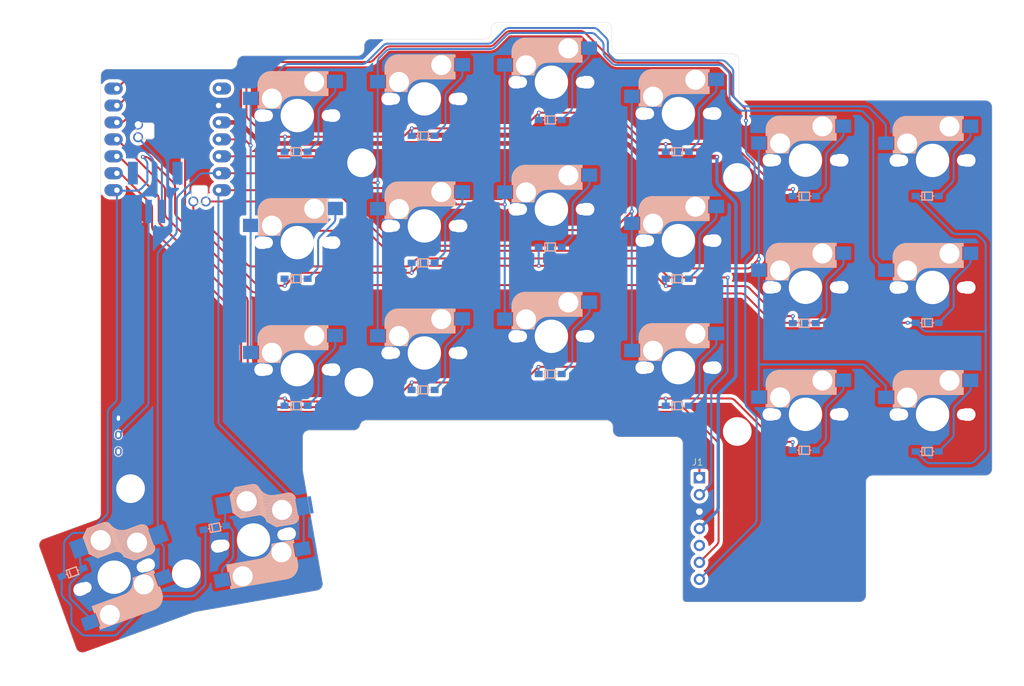
<source format=kicad_pcb>
(kicad_pcb (version 20240108) (generator "pcbnew") (generator_version "8.0")
  (layers (0 "F.Cu" signal) (31 "B.Cu" signal) (34 "B.Paste" user) (35 "F.Paste" user) (36 "B.SilkS" user "B.Silkscreen") (37 "F.SilkS" user "F.Silkscreen") (38 "B.Mask" user) (39 "F.Mask" user) (44 "Edge.Cuts" user))
  (net 0 "")
  (net 1 "Bat")
  (net 2 "Net-(D1-A)")
  (net 3 "Row0")
  (net 4 "Net-(D2-A)")
  (net 5 "Row1")
  (net 6 "Net-(D3-A)")
  (net 7 "Row2")
  (net 8 "Net-(D4-A)")
  (net 9 "Row3")
  (net 10 "Net-(D5-A)")
  (net 11 "Net-(D6-A)")
  (net 12 "Net-(D7-A)")
  (net 13 "Net-(D8-A)")
  (net 14 "Net-(D9-A)")
  (net 15 "Net-(D10-A)")
  (net 16 "Net-(D11-A)")
  (net 17 "Net-(D12-A)")
  (net 18 "Net-(D13-A)")
  (net 19 "Net-(D14-A)")
  (net 20 "Net-(D15-A)")
  (net 21 "Net-(D16-A)")
  (net 22 "Net-(D17-A)")
  (net 23 "Net-(D18-A)")
  (net 24 "GND")
  (net 25 "CS")
  (net 26 "SCLK")
  (net 27 "MOTION")
  (net 28 "3.3V")
  (net 29 "SDIO")
  (net 30 "Net-(D19-A)")
  (net 31 "Col0")
  (net 32 "Col1")
  (net 33 "Col2")
  (net 34 "Col3")
  (net 35 "Col4")
  (net 36 "VCC")
  (net 37 "Net-(D20-A)")
  (net 39 "Net-(BT1--)")
  (footprint "roBa:Diode_SMD" (layer "F.Cu") (at 164.469375 108.182501)
    (property "Reference" "D11")
    (property "Value" "D" (hide yes))
  )
  (footprint "roBa:SW_MX" (layer "F.Cu") (at 129.33 69.404248 180)
    (property "Reference" "SW1" (hide yes))
    (property "Value" "SW_PUSH" (hide yes))
  )
  (footprint "MountingHole:MountingHole_4.3mm_M4" (layer "F.Cu") (at 104.325 125.375)
    (property "Reference" "J3" (hide yes))
    (property "Value" "Conn_01x01-Connector_Generic" (hide yes))
  )
  (footprint "roBa:SW_MX" (layer "F.Cu") (at 224.58 95.178749 180)
    (property "Reference" "SW8" (hide yes))
    (property "Value" "SW_PUSH" (hide yes))
  )
  (footprint "roBa:SW_MX" (layer "F.Cu") (at 186.48 107.204249 180)
    (property "Reference" "SW15" (hide yes))
    (property "Value" "SW_PUSH" (hide yes))
  )
  (footprint "roBa:SW_MX_Choc" (layer "F.Cu") (at 122.761157 133.094808 10)
    (property "Reference" "SW16" (hide yes))
    (property "Value" "SW_PUSH" (hide yes))
  )
  (footprint "roBa:TGSW_MSK-12D19" (layer "F.Cu") (at 99.75 117.3 90)
    (property "Reference" "SW21" (hide yes))
    (property "Value" "SW_SPDT" (hide yes))
  )
  (footprint "MountingHole:MountingHole_4.3mm_M4" (layer "F.Cu") (at 195.3 116.8)
    (property "Reference" "J7" (hide yes))
    (property "Value" "Conn_01x01-Connector_Generic" (hide yes))
  )
  (footprint "roBa:Diode_SMD" (layer "F.Cu") (at 183.519375 93.895001)
    (property "Reference" "D14")
    (property "Value" "D" (hide yes))
  )
  (footprint "roBa:Diode_SMD" (layer "F.Cu") (at 164.469375 89.132501)
    (property "Reference" "D10")
    (property "Value" "D" (hide yes))
  )
  (footprint "roBa:Diode_SMD" (layer "F.Cu") (at 221 119.8)
    (property "Reference" "D20")
    (property "Value" "D" (hide yes))
  )
  (footprint "roBa:Diode_SMD" (layer "F.Cu") (at 126.369375 112.945001)
    (property "Reference" "D3")
    (property "Value" "D" (hide yes))
  )
  (footprint "roBa:Diode_SMD" (layer "F.Cu") (at 221 100.5)
    (property "Reference" "D8")
    (property "Value" "D" (hide yes))
  )
  (footprint "roBa:SW_MX" (layer "F.Cu") (at 186.48 69.104248 180)
    (property "Reference" "SW13" (hide yes))
    (property "Value" "SW_PUSH" (hide yes))
  )
  (footprint "roBa:SW_MX" (layer "F.Cu") (at 205.53 76.103749 180)
    (property "Reference" "SW17" (hide yes))
    (property "Value" "SW_PUSH" (hide yes))
  )
  (footprint "roBa:Diode_SMD" (layer "F.Cu") (at 114.23346 131.704917 10)
    (property "Reference" "D16")
    (property "Value" "D" (hide yes))
  )
  (footprint "roBa:SW_MX" (layer "F.Cu") (at 167.43 102.503749 180)
    (property "Reference" "SW11" (hide yes))
    (property "Value" "SW_PUSH" (hide yes))
  )
  (footprint "roBa:Diode_SMD" (layer "F.Cu") (at 202.569375 100.562501)
    (property "Reference" "D18")
    (property "Value" "D" (hide yes))
  )
  (footprint "roBa:SW_MX_Choc" (layer "F.Cu") (at 101.873655 138.672751 20)
    (property "Reference" "SW12" (hide yes))
    (property "Value" "SW_PUSH" (hide yes))
  )
  (footprint "roBa:Diode_SMD" (layer "F.Cu") (at 202.569375 81.512501)
    (property "Reference" "D17")
    (property "Value" "D" (hide yes))
  )
  (footprint "roBa:SW_MX" (layer "F.Cu") (at 205.53 114.203749 180)
    (property "Reference" "SW19" (hide yes))
    (property "Value" "SW_PUSH" (hide yes))
  )
  (footprint "roBa:SW_MX" (layer "F.Cu") (at 224.58 114.228749 180)
    (property "Reference" "SW20" (hide yes))
    (property "Value" "SW_PUSH" (hide yes))
  )
  (footprint "roBa:Diode_SMD" (layer "F.Cu") (at 145.419375 110.563751)
    (property "Reference" "D7")
    (property "Value" "D" (hide yes))
  )
  (footprint "roBa:SW_MX" (layer "F.Cu") (at 129.33 107.504249 180)
    (property "Reference" "SW3" (hide yes))
    (property "Value" "SW_PUSH" (hide yes))
  )
  (footprint "roBa:Diode_SMD" (layer "F.Cu") (at 145.419375 72.46375)
    (property "Reference" "D5")
    (property "Value" "D" (hide yes))
  )
  (footprint "MountingHole:MountingHole_4.3mm_M4" (layer "F.Cu") (at 112.67 138.12)
    (property "Reference" "J2" (hide yes))
    (property "Value" "Conn_01x01-Connector_Generic" (hide yes))
  )
  (footprint "roBa:SW_MX" (layer "F.Cu") (at 148.38 105.003999 180)
    (property "Reference" "SW7" (hide yes))
    (property "Value" "SW_PUSH" (hide yes))
  )
  (footprint "roBa:SW_MX" (layer "F.Cu") (at 167.43 83.453749 180)
    (property "Reference" "SW10" (hide yes))
    (property "Value" "SW_PUSH" (hide yes))
  )
  (footprint "roBa:XIAO_nRF52840_wBAT_wNFC_1" (layer "F.Cu") (at 109.899007 62.500001)
    (property "Reference" "U1" (hide yes))
    (property "Value" "~" (hide yes))
    (fp_line (start -4.707753 9.749447) (end -4.707753 8.708047) (stroke (width 0.12)) (layer "Edge.Cuts"))
    (fp_line (start -4.021953 8.022247) (end -2.421753 8.022247) (stroke (width 0.12)) (layer "Edge.Cuts"))
    (fp_line (start -2.421753 10.435247) (end -4.021953 10.435247) (stroke (width 0.12)) (layer "Edge.Cuts"))
    (fp_line (start -2.040753 8.403247) (end -2.040753 10.054247) (stroke (width 0.12)) (layer "Edge.Cuts"))
    (fp_line (start 3.572247 19.391953) (end 3.572247 17.791753) (stroke (width 0.12)) (layer "Edge.Cuts"))
    (fp_line (start 3.953247 17.410753) (end 5.604247 17.410753) (stroke (width 0.12)) (layer "Edge.Cuts"))
    (fp_line (start 5.299447 20.077753) (end 4.258047 20.077753) (stroke (width 0.12)) (layer "Edge.Cuts"))
    (fp_line (start 5.985247 17.791753) (end 5.985247 19.391953) (stroke (width 0.12)) (layer "Edge.Cuts"))
    (fp_arc (start -4.707753 9.749447) (mid -4.104144 9.831638) (end -4.021953 10.435247) (stroke (width 0.12)) (layer "Edge.Cuts"))
    (fp_arc (start -4.021953 8.022247) (mid -4.104144 8.625856) (end -4.707753 8.708047) (stroke (width 0.12)) (layer "Edge.Cuts"))
    (fp_arc (start -2.421753 8.022247) (mid -2.152343 8.133837) (end -2.040753 8.403247) (stroke (width 0.12)) (layer "Edge.Cuts"))
    (fp_arc (start -2.040753 10.054247) (mid -2.152344 10.323656) (end -2.421753 10.435247) (stroke (width 0.12)) (layer "Edge.Cuts"))
    (fp_arc (start 3.572247 17.791753) (mid 3.683839 17.522346) (end 3.953247 17.410753) (stroke (width 0.12)) (layer "Edge.Cuts"))
    (fp_arc (start 3.572247 19.391953) (mid 4.175856 19.474144) (end 4.258047 20.077753) (stroke (width 0.12)) (layer "Edge.Cuts"))
    (fp_arc (start 5.299447 20.077753) (mid 5.38164 19.474141) (end 5.985247 19.391953) (stroke (width 0.12)) (layer "Edge.Cuts"))
    (fp_arc (start 5.604247 17.410753) (mid 5.873656 17.522344) (end 5.985247 17.791753) (stroke (width 0.12)) (layer "Edge.Cuts"))
  )
  (footprint "roBa:pmw3610_connector" (layer "F.Cu") (at 189.625 131.35)
    (property "Reference" "J1")
    (property "Value" "~" (hide yes))
  )
  (footprint "MountingHole:MountingHole_4.3mm_M4" (layer "F.Cu") (at 195.33 78.71)
    (property "Reference" "J6" (hide yes))
    (property "Value" "Conn_01x01-Connector_Generic" (hide yes))
  )
  (footprint "roBa:Diode_SMD" (layer "F.Cu") (at 126.369375 93.895001)
    (property "Reference" "D2")
    (property "Value" "D" (hide yes))
  )
  (footprint "roBa:Diode_SMD" (layer "F.Cu") (at 183.519375 74.845)
    (property "Reference" "D13")
    (property "Value" "D" (hide yes))
  )
  (footprint "roBa:SW_MX" (layer "F.Cu") (at 148.38 66.903998 180)
    (property "Reference" "SW5" (hide yes))
    (property "Value" "SW_PUSH" (hide yes))
  )
  (footprint "roBa:SW_MX" (layer "F.Cu") (at 148.38 85.953999 180)
    (property "Reference" "SW6" (hide yes))
    (property "Value" "SW_PUSH" (hide yes))
  )
  (footprint "roBa:Diode_SMD" (layer "F.Cu") (at 164.469375 70.082501)
    (property "Reference" "D9")
    (property "Value" "D" (hide yes))
  )
  (footprint "roBa:SW_MX" (layer "F.Cu") (at 167.43 64.403749 180)
    (property "Reference" "SW9" (hide yes))
    (property "Value" "SW_PUSH" (hide yes))
  )
  (footprint "roBa:SW_MX" (layer "F.Cu") (at 224.58 76.128749 180)
    (property "Reference" "SW4" (hide yes))
    (property "Value" "SW_PUSH" (hide yes))
  )
  (footprint "roBa:Diode_SMD" (layer "F.Cu") (at 221 81.5)
    (property "Reference" "D4")
    (property "Value" "D" (hide yes))
  )
  (footprint "roBa:Diode_SMD" (layer "F.Cu") (at 126.369375 74.845)
    (property "Reference" "D1")
    (property "Value" "D" (hide yes))
  )
  (footprint "roBa:Diode_SMD" (layer "F.Cu") (at 145.419375 91.513751)
    (property "Reference" "D6")
    (property "Value" "D" (hide yes))
  )
  (footprint "roBa:Diode_SMD" (layer "F.Cu") (at 202.569375 119.612501)
    (property "Reference" "D19")
    (property "Value" "D" (hide yes))
  )
  (footprint "roBa:Diode_SMD" (layer "F.Cu") (at 183.519375 112.945001)
    (property "Reference" "D15")
    (property "Value" "D" (hide yes))
  )
  (footprint "roBa:Diode_SMD" (layer "F.Cu") (at 93.008586 138.872676 20)
    (property "Reference" "D12")
    (property "Value" "D" (hide yes))
  )
  (footprint "MountingHole:MountingHole_4.3mm_M4" (layer "F.Cu") (at 138.57 109.42)
    (property "Reference" "J4" (hide yes))
    (property "Value" "Conn_01x01-Connector_Generic" (hide yes))
  )
  (footprint "MountingHole:MountingHole_4.3mm_M4" (layer "F.Cu") (at 138.97 76.51)
    (property "Reference" "J5" (hide yes))
    (property "Value" "Conn_01x01-Connector_Generic" (hide yes))
  )
  (footprint "roBa:SW_MX" (layer "F.Cu") (at 129.33 88.454249 180)
    (property "Reference" "SW2" (hide yes))
    (property "Value" "SW_PUSH" (hide yes))
  )
  (footprint "roBa:SW_MX" (layer "F.Cu") (at 205.53 95.153749 180)
    (property "Reference" "SW18" (hide yes))
    (property "Value" "SW_PUSH" (hide yes))
  )
  (footprint "roBa:SW_MX" (layer "F.Cu") (at 186.48 88.154249 180)
    (property "Reference" "SW14" (hide yes))
    (property "Value" "SW_PUSH" (hide yes))
  )
  (footprint "roBa:JST_S2B-PH-SM4-TB" (layer "B.Cu") (at 108.02 83.805 180)
    (property "Reference" "BT1" (hide yes))
    (property "Value" "BATT")
  )
  (gr_line (start 113.622582 143.994401) (end 97.458824 149.87693) (stroke (width 0.05)) (layer "Edge.Cuts"))
  (gr_arc (start 214.6 124.4) (mid 214.892893 123.692893) (end 215.6 123.4) (stroke (width 0.05)) (layer "Edge.Cuts"))
  (gr_arc (start 138.735154 115.862504) (mid 139.091028 115.321935) (end 139.7034 115.112505) (stroke (width 0.05)) (layer "Edge.Cuts"))
  (gr_line (start 176.658339 116.612504) (end 176.658339 116.112505) (stroke (width 0.05)) (layer "Edge.Cuts"))
  (gr_arc (start 99.870963 129.09022) (mid 99.690115 129.663797) (end 99.212983 130.029914) (stroke (width 0.05)) (layer "Edge.Cuts"))
  (gr_line (start 121.316907 60.462501) (end 138.366909 60.462501) (stroke (width 0.05)) (layer "Edge.Cuts"))
  (gr_arc (start 139.366909 59.462501) (mid 139.074016 60.169608) (end 138.366909 60.462501) (stroke (width 0.05)) (layer "Edge.Cuts"))
  (gr_arc (start 232.5 67.162506) (mid 233.214887 67.474132) (end 233.5 68.2) (stroke (width 0.05)) (layer "Edge.Cuts"))
  (gr_arc (start 130.154407 117.612504) (mid 130.4473 116.905397) (end 131.154407 116.612504) (stroke (width 0.05)) (layer "Edge.Cuts"))
  (gr_arc (start 175.466907 55.462506) (mid 176.174014 55.755399) (end 176.466907 56.462506) (stroke (width 0.05)) (layer "Edge.Cuts"))
  (gr_arc (start 90.687754 134.197014) (mid 90.721142 133.432378) (end 91.285429 132.915306) (stroke (width 0.05)) (layer "Edge.Cuts"))
  (gr_arc (start 214.6 141.362503) (mid 214.307106 142.069609) (end 213.6 142.362503) (stroke (width 0.05)) (layer "Edge.Cuts"))
  (gr_line (start 177.466907 60.162506) (end 194.516907 60.162506) (stroke (width 0.05)) (layer "Edge.Cuts"))
  (gr_line (start 158.416909 56.962506) (end 158.416909 56.462506) (stroke (width 0.05)) (layer "Edge.Cuts"))
  (gr_line (start 140.366909 57.962506) (end 157.416909 57.962506) (stroke (width 0.05)) (layer "Edge.Cuts"))
  (gr_arc (start 158.416909 56.462506) (mid 158.709802 55.755399) (end 159.416909 55.462506) (stroke (width 0.05)) (layer "Edge.Cuts"))
  (gr_line (start 196.516907 67.162506) (end 232.5 67.162506) (stroke (width 0.05)) (layer "Edge.Cuts"))
  (gr_line (start 91.285429 132.915306) (end 99.212983 130.029914) (stroke (width 0.05)) (layer "Edge.Cuts"))
  (gr_line (start 186.128279 117.612504) (end 177.658339 117.612504) (stroke (width 0.05)) (layer "Edge.Cuts"))
  (gr_line (start 195.516907 61.162506) (end 195.516907 66.162506) (stroke (width 0.05)) (layer "Edge.Cuts"))
  (gr_arc (start 177.658339 117.612504) (mid 176.951232 117.319611) (end 176.658339 116.612504) (stroke (width 0.05)) (layer "Edge.Cuts"))
  (gr_arc (start 138.735154 115.862505) (mid 138.37928 116.403074) (end 137.766908 116.612504) (stroke (width 0.05)) (layer "Edge.Cuts"))
  (gr_arc (start 120.316907 61.462501) (mid 120.024014 62.169608) (end 119.316907 62.462501) (stroke (width 0.05)) (layer "Edge.Cuts"))
  (gr_line (start 175.658339 115.112505) (end 139.7034 115.112505) (stroke (width 0.05)) (layer "Edge.Cuts"))
  (gr_line (start 99.870962 129.090221) (end 99.870962 115.112505) (stroke (width 0.05)) (layer "Edge.Cuts"))
  (gr_line (start 139.366909 59.462501) (end 139.366909 58.962506) (stroke (width 0.05)) (layer "Edge.Cuts"))
  (gr_line (start 130.2 122.939777) (end 133.115789 139.473044) (stroke (width 0.05)) (layer "Edge.Cuts"))
  (gr_arc (start 233.5 122.4) (mid 233.207105 123.107105) (end 232.5 123.4) (stroke (width 0.05)) (layer "Edge.Cuts"))
  (gr_line (start 137.766908 116.612504) (end 131.154407 116.612504) (stroke (width 0.05)) (layer "Edge.Cuts"))
  (gr_line (start 99.870962 115.112505) (end 99.870961 63.462502) (stroke (width 0.05)) (layer "Edge.Cuts"))
  (gr_arc (start 158.416909 56.962506) (mid 158.124016 57.669613) (end 157.416909 57.962506) (stroke (width 0.05)) (layer "Edge.Cuts"))
  (gr_line (start 96.17714 149.279241) (end 90.687755 134.197014) (stroke (width 0.05)) (layer "Edge.Cuts"))
  (gr_arc (start 113.622582 143.994401) (mid 113.954594 143.889692) (end 114.294454 143.814249) (stroke (width 0.05)) (layer "Edge.Cuts"))
  (gr_line (start 213.6 142.362503) (end 187.628279 142.362503) (stroke (width 0.05)) (layer "Edge.Cuts"))
  (gr_line (start 100.870961 62.462502) (end 119.316907 62.462501) (stroke (width 0.05)) (layer "Edge.Cuts"))
  (gr_line (start 232.5 123.4) (end 215.6 123.4) (stroke (width 0.05)) (layer "Edge.Cuts"))
  (gr_arc (start 186.128279 117.612504) (mid 186.835386 117.905397) (end 187.128279 118.612504) (stroke (width 0.05)) (layer "Edge.Cuts"))
  (gr_arc (start 194.516907 60.162506) (mid 195.224034 60.455388) (end 195.516907 61.162506) (stroke (width 0.05)) (layer "Edge.Cuts"))
  (gr_arc (start 196.516907 67.162506) (mid 195.80982 66.869602) (end 195.516907 66.162506) (stroke (width 0.05)) (layer "Edge.Cuts"))
  (gr_arc (start 130.2 122.939777) (mid 130.165827 122.680254) (end 130.154407 122.418741) (stroke (width 0.05)) (layer "Edge.Cuts"))
  (gr_arc (start 97.458825 149.87693) (mid 96.694199 149.843526) (end 96.17714 149.279241) (stroke (width 0.05)) (layer "Edge.Cuts"))
  (gr_arc (start 175.658339 115.112505) (mid 176.365446 115.405398) (end 176.658339 116.112505) (stroke (width 0.05)) (layer "Edge.Cuts"))
  (gr_arc (start 187.628279 142.362503) (mid 187.2747 142.21607) (end 187.128279 141.862503) (stroke (width 0.05)) (layer "Edge.Cuts"))
  (gr_line (start 159.416909 55.462506) (end 175.466907 55.462506) (stroke (width 0.05)) (layer "Edge.Cuts"))
  (gr_line (start 132.305008 140.631465) (end 114.294454 143.814249) (stroke (width 0.05)) (layer "Edge.Cuts"))
  (gr_line (start 187.128279 141.862503) (end 187.128279 118.612504) (stroke (width 0.05)) (layer "Edge.Cuts"))
  (gr_line (start 176.466907 56.462506) (end 176.466907 59.162506) (stroke (width 0.05)) (layer "Edge.Cuts"))
  (gr_line (start 214.6 141.362503) (end 214.6 124.4) (stroke (width 0.05)) (layer "Edge.Cuts"))
  (gr_arc (start 177.466907 60.162506) (mid 176.7598 59.869613) (end 176.466907 59.162506) (stroke (width 0.05)) (layer "Edge.Cuts"))
  (gr_arc (start 120.316907 61.462501) (mid 120.6098 60.755394) (end 121.316907 60.462501) (stroke (width 0.05)) (layer "Edge.Cuts"))
  (gr_arc (start 139.366909 58.962506) (mid 139.659802 58.255399) (end 140.366909 57.962506) (stroke (width 0.05)) (layer "Edge.Cuts"))
  (gr_line (start 130.154407 117.612504) (end 130.154407 122.418741) (stroke (width 0.05)) (layer "Edge.Cuts"))
  (gr_arc (start 133.115788 139.473044) (mid 132.950256 140.220131) (end 132.305008 140.631465) (stroke (width 0.05)) (layer "Edge.Cuts"))
  (gr_arc (start 99.870961 63.462502) (mid 100.163854 62.755395) (end 100.870961 62.462502) (stroke (width 0.05)) (layer "Edge.Cuts"))
  (gr_line (start 233.5 68.2) (end 233.5 122.4) (stroke (width 0.05)) (layer "Edge.Cuts"))
  (segment (start 109.02 76.784214) (end 109.02 83.805) (width 0.3) (layer "B.Cu") (net 1))
  (segment (start 105.454007 72.804007) (end 108.727107 76.077107) (width 0.3) (layer "B.Cu") (net 1))
  (segment (start 105.454007 72.683001) (end 105.454007 72.804007) (width 0.3) (layer "B.Cu") (net 1))
  (arc (start 108.727107 76.077107) (mid 108.94388 76.40153) (end 109.02 76.784214) (width 0.3) (layer "B.Cu") (net 1))
  (segment (start 132.5 68.814214) (end 132.5 72.803286) (width 0.3) (layer "B.Cu") (net 2))
  (segment (start 134.737107 66.162893) (end 132.792893 68.107107) (width 0.3) (layer "B.Cu") (net 2))
  (segment (start 135.03 64.309248) (end 135.03 65.455786) (width 0.3) (layer "B.Cu") (net 2))
  (segment (start 132.207107 73.510393) (end 130.8725 74.845) (width 0.3) (layer "B.Cu") (net 2))
  (arc (start 132.5 68.814214) (mid 132.57612 68.431531) (end 132.792893 68.107107) (width 0.3) (layer "B.Cu") (net 2))
  (arc (start 135.03 65.455786) (mid 134.95388 65.838469) (end 134.737107 66.162893) (width 0.3) (layer "B.Cu") (net 2))
  (arc (start 132.5 72.803286) (mid 132.42388 73.185969) (end 132.207107 73.510393) (width 0.3) (layer "B.Cu") (net 2))
  (segment (start 127.5 72.6) (end 125.064214 72.6) (width 0.3) (layer "F.Cu") (net 3))
  (segment (start 106.357107 64.042893) (end 102.479999 67.920001) (width 0.3) (layer "F.Cu") (net 3))
  (segment (start 121.7 69.235786) (end 121.7 65.564214) (width 0.3) (layer "F.Cu") (net 3))
  (segment (start 181.964214 73.7) (end 184.5725 73.7) (width 0.3) (layer "F.Cu") (net 3))
  (segment (start 121.407107 64.857107) (end 120.592893 64.042893) (width 0.3) (layer "F.Cu") (net 3))
  (segment (start 165.55 69) (end 176.435786 69) (width 0.3) (layer "F.Cu") (net 3))
  (segment (start 163.492893 71.057107) (end 165.55 69) (width 0.3) (layer "F.Cu") (net 3))
  (segment (start 145.542893 72.307107) (end 146.5 71.35) (width 0.3) (layer "F.Cu") (net 3))
  (segment (start 102.479999 67.920001) (end 102.279007 67.920001) (width 0.3) (layer "F.Cu") (net 3))
  (segment (start 127.5 72.6) (end 144.835786 72.6) (width 0.3) (layer "F.Cu") (net 3))
  (segment (start 201.914214 80.55) (end 203.55 80.55) (width 0.3) (layer "F.Cu") (net 3))
  (segment (start 184.5725 73.7) (end 194.235786 73.7) (width 0.3) (layer "F.Cu") (net 3))
  (segment (start 194.942893 73.992893) (end 201.207107 80.257107) (width 0.3) (layer "F.Cu") (net 3))
  (segment (start 146.5 71.35) (end 162.785786 71.35) (width 0.3) (layer "F.Cu") (net 3))
  (segment (start 119.885786 63.75) (end 107.064214 63.75) (width 0.3) (layer "F.Cu") (net 3))
  (segment (start 124.357107 72.307107) (end 121.992893 69.942893) (width 0.3) (layer "F.Cu") (net 3))
  (segment (start 203.55 80.55) (end 203.65 80.45) (width 0.3) (layer "F.Cu") (net 3))
  (segment (start 177.142893 69.292893) (end 181.257107 73.407107) (width 0.3) (layer "F.Cu") (net 3))
  (via (at 184.5725 73.7) (size 0.6) (drill 0.3) (layers "F.Cu" "B.Cu") (net 3))
  (via (at 146.5 71.35) (size 0.6) (drill 0.3) (layers "F.Cu" "B.Cu") (net 3))
  (via (at 127.5 72.6) (size 0.6) (drill 0.3) (layers "F.Cu" "B.Cu") (net 3))
  (via (at 165.55 69) (size 0.6) (drill 0.3) (layers "F.Cu" "B.Cu") (net 3))
  (via (at 203.65 80.45) (size 0.6) (drill 0.3) (layers "F.Cu" "B.Cu") (net 3))
  (arc (start 106.357107 64.042893) (mid 106.68153 63.82612) (end 107.064214 63.75) (width 0.3) (layer "F.Cu") (net 3))
  (arc (start 120.592893 64.042893) (mid 120.26847 63.82612) (end 119.885786 63.75) (width 0.3) (layer "F.Cu") (net 3))
  (arc (start 121.992893 69.942893) (mid 121.77612 69.61847) (end 121.7 69.235786) (width 0.3) (layer "F.Cu") (net 3))
  (arc (start 163.492893 71.057107) (mid 163.16847 71.27388) (end 162.785786 71.35) (width 0.3) (layer "F.Cu") (net 3))
  (arc (start 121.407107 64.857107) (mid 121.62388 65.18153) (end 121.7 65.564214) (width 0.3) (layer "F.Cu") (net 3))
  (arc (start 201.914214 80.55) (mid 201.531531 80.47388) (end 201.207107 80.257107) (width 0.3) (layer "F.Cu") (net 3))
  (arc (start 144.835786 72.6) (mid 145.218469 72.52388) (end 145.542893 72.307107) (width 0.3) (layer "F.Cu") (net 3))
  (arc (start 177.142893 69.292893) (mid 176.81847 69.07612) (end 176.435786 69) (width 0.3) (layer "F.Cu") (net 3))
  (arc (start 181.257107 73.407107) (mid 181.58153 73.62388) (end 181.964214 73.7) (width 0.3) (layer "F.Cu") (net 3))
  (arc (start 124.357107 72.307107) (mid 124.68153 72.52388) (end 125.064214 72.6) (width 0.3) (layer "F.Cu") (net 3))
  (arc (start 194.235786 73.7) (mid 194.618469 73.77612) (end 194.942893 73.992893) (width 0.3) (layer "F.Cu") (net 3))
  (segment (start 203.65 81.485001) (end 203.6225 81.512501) (width 0.3) (layer "B.Cu") (net 3))
  (segment (start 146.5 72.43625) (end 146.4725 72.46375) (width 0.3) (layer "B.Cu") (net 3))
  (segment (start 127.5 72.6) (end 127.4225 72.6775) (width 0.3) (layer "B.Cu") (net 3))
  (segment (start 146.5 71.35) (end 146.5 72.43625) (width 0.3) (layer "B.Cu") (net 3))
  (segment (start 184.5725 73.7) (end 184.5725 74.845) (width 0.3) (layer "B.Cu") (net 3))
  (segment (start 165.55 70.055001) (end 165.5225 70.082501) (width 0.3) (layer "B.Cu") (net 3))
  (segment (start 203.65 80.45) (end 203.65 81.485001) (width 0.3) (layer "B.Cu") (net 3))
  (segment (start 127.4225 72.6775) (end 127.4225 74.845) (width 0.3) (layer "B.Cu") (net 3))
  (segment (start 165.55 69) (end 165.55 70.055001) (width 0.3) (layer "B.Cu") (net 3))
  (segment (start 132.157107 92.610394) (end 130.8725 93.895001) (width 0.3) (layer "B.Cu") (net 4))
  (segment (start 135.03 83.359249) (end 135.03 84.855786) (width 0.3) (layer "B.Cu") (net 4))
  (segment (start 132.45 88.264214) (end 132.45 91.903287) (width 0.3) (layer "B.Cu") (net 4))
  (segment (start 134.737107 85.562893) (end 132.742893 87.557107) (width 0.3) (layer "B.Cu") (net 4))
  (arc (start 132.157107 92.610394) (mid 132.37388 92.285971) (end 132.45 91.903287) (width 0.3) (layer "B.Cu") (net 4))
  (arc (start 132.742893 87.557107) (mid 132.52612 87.88153) (end 132.45 88.264214) (width 0.3) (layer "B.Cu") (net 4))
  (arc (start 134.737107 85.562893) (mid 134.95388 85.23847) (end 135.03 84.855786) (width 0.3) (layer "B.Cu") (net 4))
  (segment (start 146.4725 93) (end 129.814214 93) (width 0.3) (layer "F.Cu") (net 5))
  (segment (start 181.135786 91.95) (end 165.55 91.95) (width 0.3) (layer "F.Cu") (net 5))
  (segment (start 112.5 72.714214) (end 112.5 83.635786) (width 0.3) (layer "F.Cu") (net 5))
  (segment (start 129.107107 93.292893) (end 127.45 94.95) (width 0.3) (layer "F.Cu") (net 5))
  (segment (start 146.4725 93) (end 147.229607 92.242893) (width 0.3) (layer "F.Cu") (net 5))
  (segment (start 147.936714 91.95) (end 165.55 91.95) (width 0.3) (layer "F.Cu") (net 5))
  (segment (start 104.914214 69.1) (end 108.885786 69.1) (width 0.3) (layer "F.Cu") (net 5))
  (segment (start 109.592893 69.392893) (end 112.207107 72.007107) (width 0.3) (layer "F.Cu") (net 5))
  (segment (start 123.814214 94.95) (end 127.45 94.95) (width 0.3) (layer "F.Cu") (net 5))
  (segment (start 184.6 95) (end 181.842893 92.242893) (width 0.3) (layer "F.Cu") (net 5))
  (segment (start 201.714214 99.5) (end 203.6225 99.5) (width 0.3) (layer "F.Cu") (net 5))
  (segment (start 112.792893 84.342893) (end 123.107107 94.657107) (width 0.3) (layer "F.Cu") (net 5))
  (segment (start 102.279007 70.460001) (end 102.725785 70.460001) (width 0.3) (layer "F.Cu") (net 5))
  (segment (start 184.6 95) (end 196.385786 95) (width 0.3) (layer "F.Cu") (net 5))
  (segment (start 197.092893 95.292893) (end 201.007107 99.207107) (width 0.3) (layer "F.Cu") (net 5))
  (segment (start 103.432892 70.167108) (end 104.207107 69.392893) (width 0.3) (layer "F.Cu") (net 5))
  (via (at 184.6 95) (size 0.6) (drill 0.3) (layers "F.Cu" "B.Cu") (net 5))
  (via (at 165.55 91.95) (size 0.6) (drill 0.3) (layers "F.Cu" "B.Cu") (net 5))
  (via (at 203.6225 99.5) (size 0.6) (drill 0.3) (layers "F.Cu" "B.Cu") (net 5))
  (via (at 127.45 94.95) (size 0.6) (drill 0.3) (layers "F.Cu" "B.Cu") (net 5))
  (via (at 146.4725 93) (size 0.6) (drill 0.3) (layers "F.Cu" "B.Cu") (net 5))
  (arc (start 112.5 83.635786) (mid 112.57612 84.018469) (end 112.792893 84.342893) (width 0.3) (layer "F.Cu") (net 5))
  (arc (start 123.107107 94.657107) (mid 123.43153 94.87388) (end 123.814214 94.95) (width 0.3) (layer "F.Cu") (net 5))
  (arc (start 201.007107 99.207107) (mid 201.33153 99.42388) (end 201.714214 99.5) (width 0.3) (layer "F.Cu") (net 5))
  (arc (start 197.092893 95.292893) (mid 196.76847 95.07612) (end 196.385786 95) (width 0.3) (layer "F.Cu") (net 5))
  (arc (start 181.842893 92.242893) (mid 181.51847 92.02612) (end 181.135786 91.95) (width 0.3) (layer "F.Cu") (net 5))
  (arc (start 112.5 72.714214) (mid 112.42388 72.331531) (end 112.207107 72.007107) (width 0.3) (layer "F.Cu") (net 5))
  (arc (start 103.432892 70.167108) (mid 103.108469 70.383881) (end 102.725785 70.460001) (width 0.3) (layer "F.Cu") (net 5))
  (arc (start 109.592893 69.392893) (mid 109.26847 69.17612) (end 108.885786 69.1) (width 0.3) (layer "F.Cu") (net 5))
  (arc (start 147.936714 91.95) (mid 147.554031 92.02612) (end 147.229607 92.242893) (width 0.3) (layer "F.Cu") (net 5))
  (arc (start 104.914214 69.1) (mid 104.531531 69.17612) (end 104.207107 69.392893) (width 0.3) (layer "F.Cu") (net 5))
  (arc (start 129.107107 93.292893) (mid 129.43153 93.07612) (end 129.814214 93) (width 0.3) (layer "F.Cu") (net 5))
  (segment (start 165.55 91.95) (end 165.5225 91.9225) (width 0.3) (layer "B.Cu") (net 5))
  (segment (start 127.4225 94.9225) (end 127.4225 93.895001) (width 0.3) (layer "B.Cu") (net 5))
  (segment (start 146.4725 93) (end 146.4725 91.513751) (width 0.3) (layer "B.Cu") (net 5))
  (segment (start 203.6225 99.5) (end 203.6225 100.562501) (width 0.3) (layer "B.Cu") (net 5))
  (segment (start 127.45 94.95) (end 127.4225 94.9225) (width 0.3) (layer "B.Cu") (net 5))
  (segment (start 165.5225 91.9225) (end 165.5225 89.132501) (width 0.3) (layer "B.Cu") (net 5))
  (segment (start 184.5725 94.9725) (end 184.5725 93.895001) (width 0.3) (layer "B.Cu") (net 5))
  (segment (start 184.6 95) (end 184.5725 94.9725) (width 0.3) (layer "B.Cu") (net 5))
  (segment (start 132.5 107.164214) (end 132.5 110.903287) (width 0.3) (layer "B.Cu") (net 6))
  (segment (start 134.737107 104.512893) (end 132.792893 106.457107) (width 0.3) (layer "B.Cu") (net 6))
  (segment (start 135.03 102.409249) (end 135.03 103.805786) (width 0.3) (layer "B.Cu") (net 6))
  (segment (start 132.207107 111.610394) (end 130.8725 112.945001) (width 0.3) (layer "B.Cu") (net 6))
  (arc (start 135.03 103.805786) (mid 134.95388 104.188469) (end 134.737107 104.512893) (width 0.3) (layer "B.Cu") (net 6))
  (arc (start 132.5 107.164214) (mid 132.57612 106.781531) (end 132.792893 106.457107) (width 0.3) (layer "B.Cu") (net 6))
  (arc (start 132.5 110.903287) (mid 132.42388 111.28597) (end 132.207107 111.610394) (width 0.3) (layer "B.Cu") (net 6))
  (segment (start 128.314214 112.3) (end 143.235786 112.3) (width 0.3) (layer "F.Cu") (net 7))
  (segment (start 121.9 97.314214) (end 121.9 107.435786) (width 0.3) (layer "F.Cu") (net 7))
  (segment (start 102.300001 73.000001) (end 109.207107 79.907107) (width 0.3) (layer "F.Cu") (net 7))
  (segment (start 109.5 80.614214) (end 109.5 84.085786) (width 0.3) (layer "F.Cu") (net 7))
  (segment (start 182.264214 111.85) (end 184.5725 111.85) (width 0.3) (layer "F.Cu") (net 7))
  (segment (start 163.442893 109.157107) (end 165.5 107.1) (width 0.3) (layer "F.Cu") (net 7))
  (segment (start 102.279007 73.000001) (end 102.300001 73.000001) (width 0.3) (layer "F.Cu") (net 7))
  (segment (start 201.564214 118.35) (end 203.55 118.35) (width 0.3) (layer "F.Cu") (net 7))
  (segment (start 203.55 118.35) (end 203.6 118.4) (width 0.3) (layer "F.Cu") (net 7))
  (segment (start 127.45 111.85) (end 127.607107 112.007107) (width 0.3) (layer "F.Cu") (net 7))
  (segment (start 122.192893 108.142893) (end 125.607107 111.557107) (width 0.3) (layer "F.Cu") (net 7))
  (segment (start 143.942893 112.007107) (end 146.5 109.45) (width 0.3) (layer "F.Cu") (net 7))
  (segment (start 146.5 109.45) (end 162.735786 109.45) (width 0.3) (layer "F.Cu") (net 7))
  (segment (start 194.942893 112.142893) (end 200.857107 118.057107) (width 0.3) (layer "F.Cu") (net 7))
  (segment (start 126.314214 111.85) (end 127.45 111.85) (width 0.3) (layer "F.Cu") (net 7))
  (segment (start 109.792893 84.792893) (end 121.607107 96.607107) (width 0.3) (layer "F.Cu") (net 7))
  (segment (start 177.392893 107.392893) (end 181.557107 111.557107) (width 0.3) (layer "F.Cu") (net 7))
  (segment (start 165.5 107.1) (end 176.685786 107.1) (width 0.3) (layer "F.Cu") (net 7))
  (segment (start 184.5725 111.85) (end 194.235786 111.85) (width 0.3) (layer "F.Cu") (net 7))
  (via (at 203.6 118.4) (size 0.6) (drill 0.3) (layers "F.Cu" "B.Cu") (net 7))
  (via (at 146.5 109.45) (size 0.6) (drill 0.3) (layers "F.Cu" "B.Cu") (net 7))
  (via (at 165.5 107.1) (size 0.6) (drill 0.3) (layers "F.Cu" "B.Cu") (net 7))
  (via (at 184.5725 111.85) (size 0.6) (drill 0.3) (layers "F.Cu" "B.Cu") (net 7))
  (via (at 127.45 111.85) (size 0.6) (drill 0.3) (layers "F.Cu" "B.Cu") (net 7))
  (arc (start 182.264214 111.85) (mid 181.881531 111.77388) (end 181.557107 111.557107) (width 0.3) (layer "F.Cu") (net 7))
  (arc (start 143.235786 112.3) (mid 143.618469 112.22388) (end 143.942893 112.007107) (width 0.3) (layer "F.Cu") (net 7))
  (arc (start 125.607107 111.557107) (mid 125.93153 111.77388) (end 126.314214 111.85) (width 0.3) (layer "F.Cu") (net 7))
  (arc (start 109.792893 84.792893) (mid 109.57612 84.46847) (end 109.5 84.085786) (width 0.3) (layer "F.Cu") (net 7))
  (arc (start 127.607107 112.007107) (mid 127.93153 112.22388) (end 128.314214 112.3) (width 0.3) (layer "F.Cu") (net 7))
  (arc (start 163.442893 109.157107) (mid 163.11847 109.37388) (end 162.735786 109.45) (width 0.3) (layer "F.Cu") (net 7))
  (arc (start 121.607107 96.607107) (mid 121.82388 96.93153) (end 121.9 97.314214) (width 0.3) (layer "F.Cu") (net 7))
  (arc (start 122.192893 108.142893) (mid 121.97612 107.81847) (end 121.9 107.435786) (width 0.3) (layer "F.Cu") (net 7))
  (arc (start 194.235786 111.85) (mid 194.618469 111.92612) (end 194.942893 112.142893) (width 0.3) (layer "F.Cu") (net 7))
  (arc (start 201.564214 118.35) (mid 201.181531 118.27388) (end 200.857107 118.057107) (width 0.3) (layer "F.Cu") (net 7))
  (arc (start 109.5 80.614214) (mid 109.42388 80.231531) (end 109.207107 79.907107) (width 0.3) (layer "F.Cu") (net 7))
  (arc (start 177.392893 107.392893) (mid 177.06847 107.17612) (end 176.685786 107.1) (width 0.3) (layer "F.Cu") (net 7))
  (segment (start 203.6 118.4) (end 203.6 119.590001) (width 0.3) (layer "B.Cu") (net 7))
  (segment (start 127.45 111.85) (end 127.45 112.917501) (width 0.3) (layer "B.Cu") (net 7))
  (segment (start 146.5 109.45) (end 146.5 110.536251) (width 0.3) (layer "B.Cu") (net 7))
  (segment (start 165.5 108.160001) (end 165.5225 108.182501) (width 0.3) (layer "B.Cu") (net 7))
  (segment (start 203.6 119.590001) (end 203.6225 119.612501) (width 0.3) (layer "B.Cu") (net 7))
  (segment (start 165.5 107.1) (end 165.5 108.160001) (width 0.3) (layer "B.Cu") (net 7))
  (segment (start 146.5 110.536251) (end 146.4725 110.563751) (width 0.3) (layer "B.Cu") (net 7))
  (segment (start 184.5725 111.85) (end 184.5725 112.945001) (width 0.3) (layer "B.Cu") (net 7))
  (segment (start 127.45 112.917501) (end 127.4225 112.945001) (width 0.3) (layer "B.Cu") (net 7))
  (segment (start 229.987107 72.912893) (end 228.042893 74.857107) (width 0.3) (layer "B.Cu") (net 8))
  (segment (start 227.75 75.564214) (end 227.75 78.838911) (width 0.3) (layer "B.Cu") (net 8))
  (segment (start 227.457107 79.546018) (end 225.503125 81.5) (width 0.3) (layer "B.Cu") (net 8))
  (segment (start 230.28 71.033749) (end 230.28 72.205786) (width 0.3) (layer "B.Cu") (net 8))
  (arc (start 230.28 72.205786) (mid 230.20388 72.588469) (end 229.987107 72.912893) (width 0.3) (layer "B.Cu") (net 8))
  (arc (start 227.457107 79.546018) (mid 227.67388 79.221595) (end 227.75 78.838911) (width 0.3) (layer "B.Cu") (net 8))
  (arc (start 227.75 75.564214) (mid 227.82612 75.181531) (end 228.042893 74.857107) (width 0.3) (layer "B.Cu") (net 8))
  (segment (start 131.592893 95.657107) (end 132.107107 95.142893) (width 0.3) (layer "F.Cu") (net 9))
  (segment (start 106.175 75.625) (end 106.460786 75.625) (width 0.3) (layer "F.Cu") (net 9))
  (segment (start 107.167893 75.917893) (end 110.707107 79.457107) (width 0.3) (layer "F.Cu") (net 9))
  (segment (start 111 80.164214) (end 111 83.885786) (width 0.3) (layer "F.Cu") (net 9))
  (segment (start 132.814214 94.85) (end 182.035786 94.85) (width 0.3) (layer "F.Cu") (net 9))
  (segment (start 196.542893 96.392893) (end 200.357107 100.207107) (width 0.3) (layer "F.Cu") (net 9))
  (segment (start 111.292893 84.592893) (end 122.357107 95.657107) (width 0.3) (layer "F.Cu") (net 9))
  (segment (start 201.064214 100.5) (end 220.85 100.5) (width 0.3) (layer "F.Cu") (net 9))
  (segment (start 182.742893 95.142893) (end 183.407107 95.807107) (width 0.3) (layer "F.Cu") (net 9))
  (segment (start 123.064214 95.95) (end 130.885786 95.95) (width 0.3) (layer "F.Cu") (net 9))
  (segment (start 184.114214 96.1) (end 195.835786 96.1) (width 0.3) (layer "F.Cu") (net 9))
  (via (at 106.175 75.625) (size 0.6) (drill 0.3) (layers "F.Cu" "B.Cu") (net 9))
  (via (at 220.85 100.5) (size 0.6) (drill 0.3) (layers "F.Cu" "B.Cu") (net 9))
  (arc (start 196.542893 96.392893) (mid 196.21847 96.17612) (end 195.835786 96.1) (width 0.3) (layer "F.Cu") (net 9))
  (arc (start 131.592893 95.657107) (mid 131.26847 95.87388) (end 130.885786 95.95) (width 0.3) (layer "F.Cu") (net 9))
  (arc (start 111.292893 84.592893) (mid 111.07612 84.26847) (end 111 83.885786) (width 0.3) (layer "F.Cu") (net 9))
  (arc (start 200.357107 100.207107) (mid 200.68153 100.42388) (end 201.064214 100.5) (width 0.3) (layer "F.Cu") (net 9))
  (arc (start 132.814214 94.85) (mid 132.431531 94.92612) (end 132.107107 95.142893) (width 0.3) (layer "F.Cu") (net 9))
  (arc (start 111 80.164214) (mid 110.92388 79.781531) (end 110.707107 79.457107) (width 0.3) (layer "F.Cu") (net 9))
  (arc (start 123.064214 95.95) (mid 122.681531 95.87388) (end 122.357107 95.657107) (width 0.3) (layer "F.Cu") (net 9))
  (arc (start 182.035786 94.85) (mid 182.418469 94.92612) (end 182.742893 95.142893) (width 0.3) (layer "F.Cu") (net 9))
  (arc (start 107.167893 75.917893) (mid 106.84347 75.70112) (end 106.460786 75.625) (width 0.3) (layer "F.Cu") (net 9))
  (arc (start 183.407107 95.807107) (mid 183.73153 96.02388) (end 184.114214 96.1) (width 0.3) (layer "F.Cu") (net 9))
  (segment (start 97.635786 132) (end 96.014214 132) (width 0.3) (layer "B.Cu") (net 9))
  (segment (start 115.55 139.385786) (end 115.55 131.801458) (width 0.3) (layer "B.Cu") (net 9))
  (segment (start 95.742893 145.942893) (end 96.907107 147.107107) (width 0.3) (layer "B.Cu") (net 9))
  (segment (start 231.542893 87.492893) (end 232.257107 88.207107) (width 0.3) (layer "B.Cu") (net 9))
  (segment (start 106.85 76.714214) (end 106.85 79.035786) (width 0.3) (layer "B.Cu") (net 9))
  (segment (start 106.557107 79.742893) (end 105.892893 80.407107) (width 0.3) (layer "B.Cu") (net 9))
  (segment (start 223.060232 101.507107) (end 222.053125 100.5) (width 0.3) (layer "B.Cu") (net 9))
  (segment (start 95.45 143.314214) (end 95.45 145.235786) (width 0.3) (layer "B.Cu") (net 9))
  (segment (start 232.55 88.914214) (end 232.55 100.85) (width 0.3) (layer "B.Cu") (net 9))
  (segment (start 94.057107 138.453579) (end 93.9982 138.512486) (width 0.3) (layer "B.Cu") (net 9))
  (segment (start 94.291093 141.741093) (end 95.157107 142.607107) (width 0.3) (layer "B.Cu") (net 9))
  (segment (start 95.307107 132.292893) (end 94.642893 132.957107) (width 0.3) (layer "B.Cu") (net 9))
  (segment (start 228.164214 87.2) (end 230.835786 87.2) (width 0.3) (layer "B.Cu") (net 9))
  (segment (start 100.9 113.964214) (end 100.9 128.735786) (width 0.3) (layer "B.Cu") (net 9))
  (segment (start 222.053125 81.503125) (end 227.457107 86.907107) (width 0.3) (layer "B.Cu") (net 9))
  (segment (start 232.257107 119.892893) (end 230.892893 121.257107) (width 0.3) (layer "B.Cu") (net 9))
  (segment (start 232.55 100.85) (end 232.55 101.8) (width 0.3) (layer "B.Cu") (net 9))
  (segment (start 93.9982 138.512486) (end 93.9982 141.033986) (width 0.3) (layer "B.Cu") (net 9))
  (segment (start 114.142893 141.207107) (end 115.257107 140.092893) (width 0.3) (layer "B.Cu") (net 9))
  (segment (start 222.053125 81.5) (end 222.053125 81.503125) (width 0.3) (layer "B.Cu") (net 9))
  (segment (start 101.986114 112.463886) (end 101.192893 113.257107) (width 0.3) (layer "B.Cu") (net 9))
  (segment (start 115.55 131.801458) (end 115.270586 131.522044) (width 0.3) (layer "B.Cu") (net 9))
  (segment (start 108.414214 141.5) (end 113.435786 141.5) (width 0.3) (layer "B.Cu") (net 9))
  (segment (start 223.510232 121.257107) (end 222.053125 119.8) (width 0.3) (layer "B.Cu") (net 9))
  (segment (start 102.359006 80.7) (end 102.279007 80.620001) (width 0.3) (layer "B.Cu") (net 9))
  (segment (start 97.614214 147.4) (end 101.685786 147.4) (width 0.3) (layer "B.Cu") (net 9))
  (segment (start 232.55 100.85) (end 232.55 119.185786) (width 0.3) (layer "B.Cu") (net 9))
  (segment (start 102.392893 147.107107) (end 107.707107 141.792893) (width 0.3) (layer "B.Cu") (net 9))
  (segment (start 222.053125 100.5) (end 220.85 100.5) (width 0.3) (layer "B.Cu") (net 9))
  (segment (start 232.55 101.8) (end 223.767339 101.8) (width 0.3) (layer "B.Cu") (net 9))
  (segment (start 102.279007 80.620001) (end 102.279007 111.756779) (width 0.3) (layer "B.Cu") (net 9))
  (segment (start 230.185786 121.55) (end 224.217339 121.55) (width 0.3) (layer "B.Cu") (net 9))
  (segment (start 94.35 133.664214) (end 94.35 137.746472) (width 0.3) (layer "B.Cu") (net 9))
  (segment (start 100.607107 129.442893) (end 98.342893 131.707107) (width 0.3) (layer "B.Cu") (net 9))
  (segment (start 105.185786 80.7) (end 102.359006 80.7) (width 0.3) (layer "B.Cu") (net 9))
  (segment (start 106.175 75.625) (end 106.557107 76.007107) (width 0.3) (layer "B.Cu") (net 9))
  (arc (start 102.392893 147.107107) (mid 102.06847 147.32388) (end 101.685786 147.4) (width 0.3) (layer "B.Cu") (net 9))
  (arc (start 106.557107 79.742893) (mid 106.77388 79.41847) (end 106.85 79.035786) (width 0.3) (layer "B.Cu") (net 9))
  (arc (start 223.767339 101.8) (mid 223.384656 101.72388) (end 223.060232 101.507107) (width 0.3) (layer "B.Cu") (net 9))
  (arc (start 224.217339 121.55) (mid 223.834656 121.47388) (end 223.510232 121.257107) (width 0.3) (layer "B.Cu") (net 9))
  (arc (start 97.614214 147.4) (mid 97.231531 147.32388) (end 96.907107 147.107107) (width 0.3) (layer "B.Cu") (net 9))
  (arc (start 106.557107 76.007107) (mid 106.77388 76.33153) (end 106.85 76.714214) (width 0.3) (layer "B.Cu") (net 9))
  (arc (start 105.892893 80.407107) (mid 105.56847 80.62388) (end 105.185786 80.7) (width 0.3) (layer "B.Cu") (net 9))
  (arc (start 232.257107 119.892893) (mid 232.47388 119.56847) (end 232.55 119.185786) (width 0.3) (layer "B.Cu") (net 9))
  (arc (start 98.342893 131.707107) (mid 98.01847 131.92388) (end 97.635786 132) (width 0.3) (layer "B.Cu") (net 9))
  (arc (start 115.55 139.385786) (mid 115.47388 139.768469) (end 115.257107 140.092893) (width 0.3) (layer "B.Cu") (net 9))
  (arc (start 100.9 113.964214) (mid 100.97612 113.581531) (end 101.192893 113.257107) (width 0.3) (layer "B.Cu") (net 9))
  (arc (start 95.742893 145.942893) (mid 95.52612 145.61847) (end 95.45 145.235786) (width 0.3) (layer "B.Cu") (net 9))
  (arc (start 100.607107 129.442893) (mid 100.82388 129.11847) (end 100.9 128.735786) (width 0.3) (layer "B.Cu") (net 9))
  (arc (start 230.185786 121.55) (mid 230.568469 121.47388) (end 230.892893 121.257107) (width 0.3) (layer "B.Cu") (net 9))
  (arc (start 228.164214 87.2) (mid 227.781531 87.12388) (end 227.457107 86.907107) (width 0.3) (layer "B.Cu") (net 9))
  (arc (start 114.142893 141.207107) (mid 113.81847 141.42388) (end 113.435786 141.5) (width 0.3) (layer "B.Cu") (net 9))
  (arc (start 231.542893 87.492893) (mid 231.21847 87.27612) (end 230.835786 87.2) (width 0.3) (layer "B.Cu") (net 9))
  (arc (start 94.35 133.664214) (mid 94.42612 133.281531) (end 94.642893 132.957107) (width 0.3) (layer "B.Cu") (net 9))
  (arc (start 94.291093 141.741093) (mid 94.07432 141.41667) (end 93.9982 141.033986) (width 0.3) (layer "B.Cu") (net 9))
  (arc (start 94.35 137.746472) (mid 94.27388 138.129155) (end 94.057107 138.453579) (width 0.3) (layer "B.Cu") (net 9))
  (arc (start 102.279007 111.756779) (mid 102.202887 112.139462) (end 101.986114 112.463886) (width 0.3) (layer "B.Cu") (net 9))
  (arc (start 95.157107 142.607107) (mid 95.37388 142.93153) (end 95.45 143.314214) (width 0.3) (layer "B.Cu") (net 9))
  (arc (start 107.707107 141.792893) (mid 108.03153 141.57612) (end 108.414214 141.5) (width 0.3) (layer "B.Cu") (net 9))
  (arc (start 95.307107 132.292893) (mid 95.63153 132.07612) (end 96.014214 132) (width 0.3) (layer "B.Cu") (net 9))
  (arc (start 232.257107 88.207107) (mid 232.47388 88.53153) (end 232.55 88.914214) (width 0.3) (layer "B.Cu") (net 9))
  (segment (start 151.257107 71.129143) (end 149.9225 72.46375) (width 0.3) (layer "B.Cu") (net 10))
  (segment (start 154.08 61.808998) (end 154.08 63.205786) (width 0.3) (layer "B.Cu") (net 10))
  (segment (start 151.55 66.564214) (end 151.55 70.422036) (width 0.3) (layer "B.Cu") (net 10))
  (segment (start 153.787107 63.912893) (end 151.842893 65.857107) (width 0.3) (layer "B.Cu") (net 10))
  (arc (start 151.55 70.422036) (mid 151.47388 70.804719) (end 151.257107 71.129143) (width 0.3) (layer "B.Cu") (net 10))
  (arc (start 151.55 66.564214) (mid 151.62612 66.181531) (end 151.842893 65.857107) (width 0.3) (layer "B.Cu") (net 10))
  (arc (start 153.787107 63.912893) (mid 154.00388 63.58847) (end 154.08 63.205786) (width 0.3) (layer "B.Cu") (net 10))
  (segment (start 151.5 85.614214) (end 151.5 89.522037) (width 0.3) (layer "B.Cu") (net 11))
  (segment (start 153.787107 82.912893) (end 151.792893 84.907107) (width 0.3) (layer "B.Cu") (net 11))
  (segment (start 154.08 80.858999) (end 154.08 82.205786) (width 0.3) (layer "B.Cu") (net 11))
  (segment (start 151.207107 90.229144) (end 149.9225 91.513751) (width 0.3) (layer "B.Cu") (net 11))
  (arc (start 154.08 82.205786) (mid 154.00388 82.588469) (end 153.787107 82.912893) (width 0.3) (layer "B.Cu") (net 11))
  (arc (start 151.5 89.522037) (mid 151.42388 89.90472) (end 151.207107 90.229144) (width 0.3) (layer "B.Cu") (net 11))
  (arc (start 151.5 85.614214) (mid 151.57612 85.231531) (end 151.792893 84.907107) (width 0.3) (layer "B.Cu") (net 11))
  (segment (start 154.08 99.908999) (end 154.08 101.105786) (width 0.3) (layer "B.Cu") (net 12))
  (segment (start 151.5 104.514214) (end 151.5 108.572037) (width 0.3) (layer "B.Cu") (net 12))
  (segment (start 151.207107 109.279144) (end 149.9225 110.563751) (width 0.3) (layer "B.Cu") (net 12))
  (segment (start 153.787107 101.812893) (end 151.792893 103.807107) (width 0.3) (layer "B.Cu") (net 12))
  (arc (start 154.08 101.105786) (mid 154.00388 101.488469) (end 153.787107 101.812893) (width 0.3) (layer "B.Cu") (net 12))
  (arc (start 151.792893 103.807107) (mid 151.57612 104.13153) (end 151.5 104.514214) (width 0.3) (layer "B.Cu") (net 12))
  (arc (start 151.207107 109.279144) (mid 151.42388 108.954721) (end 151.5 108.572037) (width 0.3) (layer "B.Cu") (net 12))
  (segment (start 227.75 94.564214) (end 227.75 97.838911) (width 0.3) (layer "B.Cu") (net 13))
  (segment (start 230.28 90.083749) (end 230.28 91.205786) (width 0.3) (layer "B.Cu") (net 13))
  (segment (start 227.457107 98.546018) (end 225.503125 100.5) (width 0.3) (layer "B.Cu") (net 13))
  (segment (start 229.987107 91.912893) (end 228.042893 93.857107) (width 0.3) (layer "B.Cu") (net 13))
  (arc (start 229.987107 91.912893) (mid 230.20388 91.58847) (end 230.28 91.205786) (width 0.3) (layer "B.Cu") (net 13))
  (arc (start 228.042893 93.857107) (mid 227.82612 94.18153) (end 227.75 94.564214) (width 0.3) (layer "B.Cu") (net 13))
  (arc (start 227.457107 98.546018) (mid 227.67388 98.221595) (end 227.75 97.838911) (width 0.3) (layer "B.Cu") (net 13))
  (segment (start 172.837107 60.862893) (end 170.842893 62.857107) (width 0.3) (layer "B.Cu") (net 14))
  (segment (start 170.55 63.564214) (end 170.55 68.090787) (width 0.3) (layer "B.Cu") (net 14))
  (segment (start 170.257107 68.797894) (end 168.9725 70.082501) (width 0.3) (layer "B.Cu") (net 14))
  (segment (start 173.13 59.308749) (end 173.13 60.155786) (width 0.3) (layer "B.Cu") (net 14))
  (arc (start 170.55 68.090787) (mid 170.47388 68.47347) (end 170.257107 68.797894) (width 0.3) (layer "B.Cu") (net 14))
  (arc (start 170.842893 62.857107) (mid 170.62612 63.18153) (end 170.55 63.564214) (width 0.3) (layer "B.Cu") (net 14))
  (arc (start 173.13 60.155786) (mid 173.05388 60.538469) (end 172.837107 60.862893) (width 0.3) (layer "B.Cu") (net 14))
  (segment (start 170.6 82.864214) (end 170.6 87.090787) (width 0.3) (layer "B.Cu") (net 15))
  (segment (start 173.13 78.358749) (end 173.13 79.505786) (width 0.3) (layer "B.Cu") (net 15))
  (segment (start 170.307107 87.797894) (end 168.9725 89.132501) (width 0.3) (layer "B.Cu") (net 15))
  (segment (start 172.837107 80.212893) (end 170.892893 82.157107) (width 0.3) (layer "B.Cu") (net 15))
  (arc (start 170.307107 87.797894) (mid 170.52388 87.473471) (end 170.6 87.090787) (width 0.3) (layer "B.Cu") (net 15))
  (arc (start 170.892893 82.157107) (mid 170.67612 82.48153) (end 170.6 82.864214) (width 0.3) (layer "B.Cu") (net 15))
  (arc (start 172.837107 80.212893) (mid 173.05388 79.88847) (end 173.13 79.505786) (width 0.3) (layer "B.Cu") (net 15))
  (segment (start 173.13 97.408749) (end 173.13 98.605786) (width 0.3) (layer "B.Cu") (net 16))
  (segment (start 172.837107 99.312893) (end 170.842893 101.307107) (width 0.3) (layer "B.Cu") (net 16))
  (segment (start 170.257107 106.897894) (end 168.9725 108.182501) (width 0.3) (layer "B.Cu") (net 16))
  (segment (start 170.55 102.014214) (end 170.55 106.190787) (width 0.3) (layer "B.Cu") (net 16))
  (arc (start 172.837107 99.312893) (mid 173.05388 98.98847) (end 173.13 98.605786) (width 0.3) (layer "B.Cu") (net 16))
  (arc (start 170.842893 101.307107) (mid 170.62612 101.63153) (end 170.55 102.014214) (width 0.3) (layer "B.Cu") (net 16))
  (arc (start 170.257107 106.897894) (mid 170.47388 106.573471) (end 170.55 106.190787) (width 0.3) (layer "B.Cu") (net 16))
  (segment (start 98.26 145.41) (end 98.26 145.224214) (width 0.3) (layer "B.Cu") (net 17))
  (segment (start 96.7462 134.233739) (end 96.7462 136.140043) (width 0.3) (layer "B.Cu") (net 17))
  (segment (start 97.967107 144.517107) (end 95.492893 142.042893) (width 0.3) (layer "B.Cu") (net 17))
  (segment (start 95.492893 139.357107) (end 97.240139 137.609861) (width 0.3) (layer "B.Cu") (net 17))
  (segment (start 97.240139 137.609861) (end 97.240139 137.332517) (width 0.3) (layer "B.Cu") (net 17))
  (segment (start 95.2 141.335786) (end 95.2 140.064214) (width 0.3) (layer "B.Cu") (net 17))
  (arc (start 98.26 145.224214) (mid 98.18388 144.841531) (end 97.967107 144.517107) (width 0.3) (layer "B.Cu") (net 17))
  (arc (start 95.2 141.335786) (mid 95.27612 141.718469) (end 95.492893 142.042893) (width 0.3) (layer "B.Cu") (net 17))
  (arc (start 96.7462 136.140043) (mid 96.874571 136.785405) (end 97.240139 137.332517) (width 0.3) (layer "B.Cu") (net 17))
  (arc (start 95.492893 139.357107) (mid 95.27612 139.68153) (end 95.2 140.064214) (width 0.3) (layer "B.Cu") (net 17))
  (segment (start 189.257107 73.610393) (end 188.0225 74.845) (width 0.3) (layer "B.Cu") (net 18))
  (segment (start 192.18 64.009248) (end 192.18 65.305786) (width 0.3) (layer "B.Cu") (net 18))
  (segment (start 189.55 68.764214) (end 189.55 72.903286) (width 0.3) (layer "B.Cu") (net 18))
  (segment (start 191.887107 66.012893) (end 189.842893 68.057107) (width 0.3) (layer "B.Cu") (net 18))
  (arc (start 192.18 65.305786) (mid 192.10388 65.688469) (end 191.887107 66.012893) (width 0.3) (layer "B.Cu") (net 18))
  (arc (start 189.55 68.764214) (mid 189.62612 68.381531) (end 189.842893 68.057107) (width 0.3) (layer "B.Cu") (net 18))
  (arc (start 189.55 72.903286) (mid 189.47388 73.285969) (end 189.257107 73.610393) (width 0.3) (layer "B.Cu") (net 18))
  (segment (start 189.357107 92.560394) (end 188.0225 93.895001) (width 0.3) (layer "B.Cu") (net 19))
  (segment (start 191.887107 85.062893) (end 189.942893 87.007107) (width 0.3) (layer "B.Cu") (net 19))
  (segment (start 189.65 87.714214) (end 189.65 91.853287) (width 0.3) (layer "B.Cu") (net 19))
  (segment (start 192.18 83.059249) (end 192.18 84.355786) (width 0.3) (layer "B.Cu") (net 19))
  (arc (start 189.65 87.714214) (mid 189.72612 87.331531) (end 189.942893 87.007107) (width 0.3) (layer "B.Cu") (net 19))
  (arc (start 189.357107 92.560394) (mid 189.57388 92.235971) (end 189.65 91.853287) (width 0.3) (layer "B.Cu") (net 19))
  (arc (start 192.18 84.355786) (mid 192.10388 84.738469) (end 191.887107 85.062893) (width 0.3) (layer "B.Cu") (net 19))
  (segment (start 191.887107 104.112893) (end 189.942893 106.057107) (width 0.3) (layer "B.Cu") (net 20))
  (segment (start 192.18 102.109249) (end 192.18 103.405786) (width 0.3) (layer "B.Cu") (net 20))
  (segment (start 189.65 106.764214) (end 189.65 110.903287) (width 0.3) (layer "B.Cu") (net 20))
  (segment (start 189.357107 111.610394) (end 188.0225 112.945001) (width 0.3) (layer "B.Cu") (net 20))
  (arc (start 189.357107 111.610394) (mid 189.57388 111.285971) (end 189.65 110.903287) (width 0.3) (layer "B.Cu") (net 20))
  (arc (start 192.18 103.405786) (mid 192.10388 103.788469) (end 191.887107 104.112893) (width 0.3) (layer "B.Cu") (net 20))
  (arc (start 189.65 106.764214) (mid 189.72612 106.381531) (end 189.942893 106.057107) (width 0.3) (layer "B.Cu") (net 20))
  (segment (start 118.972958 130.922958) (end 119.407107 131.357107) (width 0.3) (layer "B.Cu") (net 21))
  (segment (start 119.407107 136.042893) (end 118.325383 137.124617) (width 0.3) (layer "B.Cu") (net 21))
  (segment (start 119.7 132.064214) (end 119.7 135.335786) (width 0.3) (layer "B.Cu") (net 21))
  (segment (start 118.482426 127.832861) (end 118.482426 130.737212) (width 0.3) (layer "B.Cu") (net 21))
  (segment (start 118.482426 130.737212) (end 118.668172 130.922958) (width 0.3) (layer "B.Cu") (net 21))
  (segment (start 118.03249 137.831724) (end 118.03249 139.102198) (width 0.3) (layer "B.Cu") (net 21))
  (segment (start 118.668172 130.922958) (end 118.972958 130.922958) (width 0.3) (layer "B.Cu") (net 21))
  (arc (start 118.03249 137.831724) (mid 118.10861 137.449041) (end 118.325383 137.124617) (width 0.3) (layer "B.Cu") (net 21))
  (arc (start 119.407107 131.357107) (mid 119.62388 131.68153) (end 119.7 132.064214) (width 0.3) (layer "B.Cu") (net 21))
  (arc (start 119.7 135.335786) (mid 119.62388 135.718469) (end 119.407107 136.042893) (width 0.3) (layer "B.Cu") (net 21))
  (segment (start 208.6 75.514214) (end 208.6 79.735786) (width 0.3) (layer "B.Cu") (net 22))
  (segment (start 211.23 71.008749) (end 211.23 72.055786) (width 0.3) (layer "B.Cu") (net 22))
  (segment (start 208.307107 80.442893) (end 207.237499 81.512501) (width 0.3) (layer "B.Cu") (net 22))
  (segment (start 207.237499 81.512501) (end 207.0725 81.512501) (width 0.3) (layer "B.Cu") (net 22))
  (segment (start 210.937107 72.762893) (end 208.892893 74.807107) (width 0.3) (layer "B.Cu") (net 22))
  (arc (start 210.937107 72.762893) (mid 211.15388 72.43847) (end 211.23 72.055786) (width 0.3) (layer "B.Cu") (net 22))
  (arc (start 208.307107 80.442893) (mid 208.52388 80.11847) (end 208.6 79.735786) (width 0.3) (layer "B.Cu") (net 22))
  (arc (start 208.6 75.514214) (mid 208.67612 75.131531) (end 208.892893 74.807107) (width 0.3) (layer "B.Cu") (net 22))
  (segment (start 208.407107 99.227894) (end 207.0725 100.562501) (width 0.3) (layer "B.Cu") (net 23))
  (segment (start 211.23 90.058749) (end 211.23 91.355786) (width 0.3) (layer "B.Cu") (net 23))
  (segment (start 208.7 94.714214) (end 208.7 98.520787) (width 0.3) (layer "B.Cu") (net 23))
  (segment (start 210.937107 92.062893) (end 208.992893 94.007107) (width 0.3) (layer "B.Cu") (net 23))
  (arc (start 208.407107 99.227894) (mid 208.62388 98.903471) (end 208.7 98.520787) (width 0.3) (layer "B.Cu") (net 23))
  (arc (start 211.23 91.355786) (mid 211.15388 91.738469) (end 210.937107 92.062893) (width 0.3) (layer "B.Cu") (net 23))
  (arc (start 208.7 94.714214) (mid 208.77612 94.331531) (end 208.992893 94.007107) (width 0.3) (layer "B.Cu") (net 23))
  (segment (start 102.7 114.6) (end 184.685786 114.6) (width 0.3) (layer "F.Cu") (net 24))
  (segment (start 187.75 117.664214) (end 187.75 126.485786) (width 0.3) (layer "F.Cu") (net 24))
  (segment (start 102.5 114.8) (end 102.7 114.6) (width 0.3) (layer "F.Cu") (net 24))
  (segment (start 185.392893 114.892893) (end 187.457107 116.957107) (width 0.3) (layer "F.Cu") (net 24))
  (segment (start 189.625 128.775) (end 189.625 128.81) (width 0.3) (layer "F.Cu") (net 24))
  (segment (start 188.042893 127.192893) (end 189.625 128.775) (width 0.3) (layer "F.Cu") (net 24))
  (arc (start 185.392893 114.892893) (mid 185.06847 114.67612) (end 184.685786 114.6) (width 0.3) (layer "F.Cu") (net 24))
  (arc (start 187.75 117.664214) (mid 187.67388 117.281531) (end 187.457107 116.957107) (width 0.3) (layer "F.Cu") (net 24))
  (arc (start 188.042893 127.192893) (mid 187.82612 126.86847) (end 187.75 126.485786) (width 0.3) (layer "F.Cu") (net 24))
  (segment (start 105.714214 74.7) (end 106.035786 74.7) (width 0.3) (layer "B.Cu") (net 24))
  (segment (start 117.389008 68.05) (end 106.914214 68.05) (width 0.7) (layer "B.Cu") (net 24))
  (segment (start 107.75 76.414214) (end 107.75 79.185786) (width 0.3) (layer "B.Cu") (net 24))
  (segment (start 105.454007 69.510207) (end 105.454007 70.778001) (width 0.7) (layer "B.Cu") (net 24))
  (segment (start 104.142893 73.542893) (end 105.007107 74.407107) (width 0.3) (layer "B.Cu") (net 24))
  (segment (start 106.742893 74.992893) (end 107.457107 75.707107) (width 0.3) (layer "B.Cu") (net 24))
  (segment (start 107.457107 79.892893) (end 105.092893 82.257107) (width 0.3) (layer "B.Cu") (net 24))
  (segment (start 117.519007 67.920001) (end 117.389008 68.05) (width 0.7) (layer "B.Cu") (net 24))
  (segment (start 104.8 82.964214) (end 104.8 112.085786) (width 0.3) (layer "B.Cu") (net 24))
  (segment (start 105.454007 70.778001) (end 104.836213 70.778001) (width 0.3) (layer "B.Cu") (net 24))
  (segment (start 104.129106 71.070894) (end 103.85 71.35) (width 0.3) (layer "B.Cu") (net 24))
  (segment (start 104.507107 112.792893) (end 102.5 114.8) (width 0.3) (layer "B.Cu") (net 24))
  (segment (start 103.85 71.35) (end 103.85 72.835786) (width 0.3) (layer "B.Cu") (net 24))
  (segment (start 106.207107 68.342893) (end 105.7469 68.8031) (width 0.7) (layer "B.Cu") (net 24))
  (arc (start 104.129106 71.070894) (mid 104.453529 70.854121) (end 104.836213 70.778001) (width 0.3) (layer "B.Cu") (net 24))
  (arc (start 105.714214 74.7) (mid 105.331531 74.62388) (end 105.007107 74.407107) (width 0.3) (layer "B.Cu") (net 24))
  (arc (start 106.207107 68.342893) (mid 106.53153 68.12612) (end 106.914214 68.05) (width 0.7) (layer "B.Cu") (net 24))
  (arc (start 107.457107 75.707107) (mid 107.67388 76.03153) (end 107.75 76.414214) (width 0.3) (layer "B.Cu") (net 24))
  (arc (start 104.8 112.085786) (mid 104.72388 112.468469) (end 104.507107 112.792893) (width 0.3) (layer "B.Cu") (net 24))
  (arc (start 104.8 82.964214) (mid 104.87612 82.581531) (end 105.092893 82.257107) (width 0.3) (layer "B.Cu") (net 24))
  (arc (start 107.457107 79.892893) (mid 107.67388 79.56847) (end 107.75 79.185786) (width 0.3) (layer "B.Cu") (net 24))
  (arc (start 104.142893 73.542893) (mid 103.92612 73.21847) (end 103.85 72.835786) (width 0.3) (layer "B.Cu") (net 24))
  (arc (start 106.742893 74.992893) (mid 106.41847 74.77612) (end 106.035786 74.7) (width 0.3) (layer "B.Cu") (net 24))
  (arc (start 105.7469 68.8031) (mid 105.530127 69.127523) (end 105.454007 69.510207) (width 0.7) (layer "B.Cu") (net 24))
  (segment (start 181.735786 90.85) (end 147.714214 90.85) (width 0.3) (layer "F.Cu") (net 25))
  (segment (start 147.007107 91.142893) (end 146.392893 91.757107) (width 0.3) (layer "F.Cu") (net 25))
  (segment (start 113.734407 83.270193) (end 113.734407 82.312001) (width 0.3) (layer "F.Cu") (net 25))
  (segment (start 145.685786 92.05) (end 122.514214 92.05) (width 0.3) (layer "F.Cu") (net 25))
  (segment (start 184.707107 93.407107) (end 182.442893 91.142893) (width 0.3) (layer "F.Cu") (net 25))
  (segment (start 121.807107 91.757107) (end 114.0273 83.9773) (width 0.3) (layer "F.Cu") (net 25))
  (segment (start 193.85 93.7) (end 185.414214 93.7) (width 0.3) (layer "F.Cu") (net 25))
  (via (at 193.85 93.7) (size 0.6) (drill 0.3) (layers "F.Cu" "B.Cu") (net 25))
  (arc (start 122.514214 92.05) (mid 122.131531 91.97388) (end 121.807107 91.757107) (width 0.3) (layer "F.Cu") (net 25))
  (arc (start 181.735786 90.85) (mid 182.118469 90.92612) (end 182.442893 91.142893) (width 0.3) (layer "F.Cu") (net 25))
  (arc (start 146.392893 91.757107) (mid 146.06847 91.97388) (end 145.685786 92.05) (width 0.3) (layer "F.Cu") (net 25))
  (arc (start 114.0273 83.9773) (mid 113.810527 83.652877) (end 113.734407 83.270193) (width 0.3) (layer "F.Cu") (net 25))
  (arc (start 185.414214 93.7) (mid 185.031531 93.62388) (end 184.707107 93.407107) (width 0.3) (layer "F.Cu") (net 25))
  (arc (start 147.714214 90.85) (mid 147.331531 90.92612) (end 147.007107 91.142893) (width 0.3) (layer "F.Cu") (net 25))
  (segment (start 189.78 126.27) (end 189.625 126.27) (width 0.3) (layer "B.Cu") (net 25))
  (segment (start 193.85 93.7) (end 193.85 107.535786) (width 0.3) (layer "B.Cu") (net 25))
  (segment (start 191.107107 124.942893) (end 189.78 126.27) (width 0.3) (layer "B.Cu") (net 25))
  (segment (start 191.4 110.814214) (end 191.4 124.235786) (width 0.3) (layer "B.Cu") (net 25))
  (segment (start 193.557107 108.242893) (end 191.692893 110.107107) (width 0.3) (layer "B.Cu") (net 25))
  (arc (start 191.4 124.235786) (mid 191.32388 124.618469) (end 191.107107 124.942893) (width 0.3) (layer "B.Cu") (net 25))
  (arc (start 193.557107 108.242893) (mid 193.77388 107.91847) (end 193.85 107.535786) (width 0.3) (layer "B.Cu") (net 25))
  (arc (start 191.4 110.814214) (mid 191.47612 110.431531) (end 191.692893 110.107107) (width 0.3) (layer "B.Cu") (net 25))
  (segment (start 107.842893 86.742893) (end 119.207107 98.107107) (width 0.3) (layer "F.Cu") (net 26))
  (segment (start 186.442893 114.142893) (end 189.332107 117.032107) (width 0.3) (layer "F.Cu") (net 26))
  (segment (start 102.279007 78.080001) (end 102.365787 78.080001) (width 0.3) (layer "F.Cu") (net 26))
  (segment (start 103.072894 78.372894) (end 107.257107 82.557107) (width 0.3) (layer "F.Cu") (net 26))
  (segment (start 119.5 98.814214) (end 119.5 108.435786) (width 0.3) (layer "F.Cu") (net 26))
  (segment (start 124.914214 113.85) (end 185.735786 113.85) (width 0.3) (layer "F.Cu") (net 26))
  (segment (start 107.55 83.264214) (end 107.55 86.035786) (width 0.3) (layer "F.Cu") (net 26))
  (segment (start 189.625 117.739214) (end 189.625 123.73) (width 0.3) (layer "F.Cu") (net 26))
  (segment (start 119.792893 109.142893) (end 124.207107 113.557107) (width 0.3) (layer "F.Cu") (net 26))
  (arc (start 119.5 108.435786) (mid 119.57612 108.818469) (end 119.792893 109.142893) (width 0.3) (layer "F.Cu") (net 26))
  (arc (start 107.55 83.264214) (mid 107.47388 82.881531) (end 107.257107 82.557107) (width 0.3) (layer "F.Cu") (net 26))
  (arc (start 124.914214 113.85) (mid 124.531531 113.77388) (end 124.207107 113.557107) (width 0.3) (layer "F.Cu") (net 26))
  (arc (start 189.332107 117.032107) (mid 189.54888 117.35653) (end 189.625 117.739214) (width 0.3) (layer "F.Cu") (net 26))
  (arc (start 119.5 98.814214) (mid 119.42388 98.431531) (end 119.207107 98.107107) (width 0.3) (layer "F.Cu") (net 26))
  (arc (start 103.072894 78.372894) (mid 102.748471 78.156121) (end 102.365787 78.080001) (width 0.3) (layer "F.Cu") (net 26))
  (arc (start 107.842893 86.742893) (mid 107.62612 86.41847) (end 107.55 86.035786) (width 0.3) (layer "F.Cu") (net 26))
  (arc (start 186.442893 114.142893) (mid 186.11847 113.92612) (end 185.735786 113.85) (width 0.3) (layer "F.Cu") (net 26))
  (segment (start 171.785786 56.75) (end 161.264214 56.75) (width 0.3) (layer "F.Cu") (net 27))
  (segment (start 121.957107 61.692893) (end 120.842893 62.807107) (width 0.3) (layer "F.Cu") (net 27))
  (segment (start 196.307107 68.207107) (end 194.692893 66.592893) (width 0.3) (layer "F.Cu") (net 27))
  (segment (start 160.557107 57.042893) (end 158.842893 58.757107) (width 0.3) (layer "F.Cu") (net 27))
  (segment (start 140.035786 61.4) (end 122.664214 61.4) (width 0.3) (layer "F.Cu") (net 27))
  (segment (start 196.6 70.2) (end 196.6 68.914214) (width 0.3) (layer "F.Cu") (net 27))
  (segment (start 192.385786 61.5) (end 177.364214 61.5) (width 0.3) (layer "F.Cu") (net 27))
  (segment (start 176.657107 61.207107) (end 172.492893 57.042893) (width 0.3) (layer "F.Cu") (net 27))
  (segment (start 120.135786 63.1) (end 104.973222 63.1) (width 0.3) (layer "F.Cu") (net 27))
  (segment (start 194.107107 62.807107) (end 193.092893 61.792893) (width 0.3) (layer "F.Cu") (net 27))
  (segment (start 142.507107 59.342893) (end 140.742893 61.107107) (width 0.3) (layer "F.Cu") (net 27))
  (segment (start 104.266115 63.392893) (end 102.279007 65.380001) (width 0.3) (layer "F.Cu") (net 27))
  (segment (start 194.4 65.885786) (end 194.4 63.514214) (width 0.3) (layer "F.Cu") (net 27))
  (segment (start 158.135786 59.05) (end 143.214214 59.05) (width 0.3) (layer "F.Cu") (net 27))
  (via (at 196.6 70.2) (size 0.6) (drill 0.3) (layers "F.Cu" "B.Cu") (net 27))
  (arc (start 196.6 68.914214) (mid 196.52388 68.531531) (end 196.307107 68.207107) (width 0.3) (layer "F.Cu") (net 27))
  (arc (start 143.214214 59.05) (mid 142.831531 59.12612) (end 142.507107 59.342893) (width 0.3) (layer "F.Cu") (net 27))
  (arc (start 192.385786 61.5) (mid 192.768469 61.57612) (end 193.092893 61.792893) (width 0.3) (layer "F.Cu") (net 27))
  (arc (start 161.264214 56.75) (mid 160.881531 56.82612) (end 160.557107 57.042893) (width 0.3) (layer "F.Cu") (net 27))
  (arc (start 158.842893 58.757107) (mid 158.51847 58.97388) (end 158.135786 59.05) (width 0.3) (layer "F.Cu") (net 27))
  (arc (start 177.364214 61.5) (mid 176.981531 61.42388) (end 176.657107 61.207107) (width 0.3) (layer "F.Cu") (net 27))
  (arc (start 171.785786 56.75) (mid 172.168469 56.82612) (end 172.492893 57.042893) (width 0.3) (layer "F.Cu") (net 27))
  (arc (start 122.664214 61.4) (mid 122.281531 61.47612) (end 121.957107 61.692893) (width 0.3) (layer "F.Cu") (net 27))
  (arc (start 194.4 63.514214) (mid 194.32388 63.131531) (end 194.107107 62.807107) (width 0.3) (layer "F.Cu") (net 27))
  (arc (start 140.035786 61.4) (mid 140.418469 61.32388) (end 140.742893 61.107107) (width 0.3) (layer "F.Cu") (net 27))
  (arc (start 194.692893 66.592893) (mid 194.47612 66.26847) (end 194.4 65.885786) (width 0.3) (layer "F.Cu") (net 27))
  (arc (start 120.135786 63.1) (mid 120.518469 63.02388) (end 120.842893 62.807107) (width 0.3) (layer "F.Cu") (net 27))
  (arc (start 104.266115 63.392893) (mid 104.590538 63.17612) (end 104.973222 63.1) (width 0.3) (layer "F.Cu") (net 27))
  (segment (start 197.9 76.764214) (end 197.9 89.485786) (width 0.3) (layer "B.Cu") (net 27))
  (segment (start 196.792893 113.192893) (end 197.907107 114.307107) (width 0.3) (layer "B.Cu") (net 27))
  (segment (start 196.5 91.714214) (end 196.5 112.485786) (width 0.3) (layer "B.Cu") (net 27))
  (segment (start 197.607107 90.192893) (end 196.792893 91.007107) (width 0.3) (layer "B.Cu") (net 27))
  (segment (start 198.2 115.014214) (end 198.2 129.985786) (width 0.3) (layer "B.Cu") (net 27))
  (segment (start 196.6 70.2) (end 196.6 74.635786) (width 0.3) (layer "B.Cu") (net 27))
  (segment (start 189.63 138.97) (end 189.625 138.97) (width 0.3) (layer "B.Cu") (net 27))
  (segment (start 196.892893 75.342893) (end 197.607107 76.057107) (width 0.3) (layer "B.Cu") (net 27))
  (segment (start 197.907107 130.692893) (end 189.63 138.97) (width 0.3) (layer "B.Cu") (net 27))
  (arc (start 197.907107 114.307107) (mid 198.12388 114.63153) (end 198.2 115.014214) (width 0.3) (layer "B.Cu") (net 27))
  (arc (start 196.5 91.714214) (mid 196.57612 91.331531) (end 196.792893 91.007107) (width 0.3) (layer "B.Cu") (net 27))
  (arc (start 196.792893 113.192893) (mid 196.57612 112.86847) (end 196.5 112.485786) (width 0.3) (layer "B.Cu") (net 27))
  (arc (start 196.892893 75.342893) (mid 196.67612 75.01847) (end 196.6 74.635786) (width 0.3) (layer "B.Cu") (net 27))
  (arc (start 197.9 76.764214) (mid 197.82388 76.381531) (end 197.607107 76.057107) (width 0.3) (layer "B.Cu") (net 27))
  (arc (start 197.9 89.485786) (mid 197.82388 89.868469) (end 197.607107 90.192893) (width 0.3) (layer "B.Cu") (net 27))
  (arc (start 197.907107 130.692893) (mid 198.12388 130.36847) (end 198.2 129.985786) (width 0.3) (layer "B.Cu") (net 27))
  (segment (start 120.295787 70.460001) (end 117.519007 70.460001) (width 0.7) (layer "F.Cu") (net 28))
  (segment (start 123.557107 73.307107) (end 121.002894 70.752894) (width 0.7) (layer "F.Cu") (net 28))
  (segment (start 178.385786 73.6) (end 124.264214 73.6) (width 0.7) (layer "F.Cu") (net 28))
  (segment (start 180.557107 75.357107) (end 179.092893 73.892893) (width 0.7) (layer "F.Cu") (net 28))
  (segment (start 192.25 75.65) (end 181.264214 75.65) (width 0.7) (layer "F.Cu") (net 28))
  (via (at 192.25 75.65) (size 0.6) (drill 0.3) (layers "F.Cu" "B.Cu") (net 28))
  (arc (start 180.557107 75.357107) (mid 180.88153 75.57388) (end 181.264214 75.65) (width 0.7) (layer "F.Cu") (net 28))
  (arc (start 178.385786 73.6) (mid 178.768469 73.67612) (end 179.092893 73.892893) (width 0.7) (layer "F.Cu") (net 28))
  (arc (start 120.295787 70.460001) (mid 120.67847 70.536121) (end 121.002894 70.752894) (width 0.7) (layer "F.Cu") (net 28))
  (arc (start 123.557107 73.307107) (mid 123.88153 73.52388) (end 124.264214 73.6) (width 0.7) (layer "F.Cu") (net 28))
  (segment (start 195.1 82.914214) (end 195.1 108.185786) (width 0.5) (layer "B.Cu") (net 28))
  (segment (start 192.157107 128.842893) (end 189.65 131.35) (width 0.5) (layer "B.Cu") (net 28))
  (segment (start 192.542893 79.942893) (end 194.807107 82.207107) (width 0.5) (layer "B.Cu") (net 28))
  (segment (start 189.65 131.35) (end 189.625 131.35) (width 0.5) (layer "B.Cu") (net 28))
  (segment (start 192.45 111.664214) (end 192.45 128.135786) (width 0.5) (layer "B.Cu") (net 28))
  (segment (start 194.807107 108.892893) (end 192.742893 110.957107) (width 0.5) (layer "B.Cu") (net 28))
  (segment (start 192.25 75.65) (end 192.25 79.235786) (width 0.5) (layer "B.Cu") (net 28))
  (arc (start 192.542893 79.942893) (mid 192.32612 79.61847) (end 192.25 79.235786) (width 0.5) (layer "B.Cu") (net 28))
  (arc (start 192.45 128.135786) (mid 192.37388 128.518469) (end 192.157107 128.842893) (width 0.5) (layer "B.Cu") (net 28))
  (arc (start 195.1 82.914214) (mid 195.02388 82.531531) (end 194.807107 82.207107) (width 0.5) (layer "B.Cu") (net 28))
  (arc (start 192.45 111.664214) (mid 192.52612 111.281531) (end 192.742893 110.957107) (width 0.5) (layer "B.Cu") (net 28))
  (arc (start 194.807107 108.892893) (mid 195.02388 108.56847) (end 195.1 108.185786) (width 0.5) (layer "B.Cu") (net 28))
  (segment (start 102.590001 75.540001) (end 108.257107 81.207107) (width 0.3) (layer "F.Cu") (net 29))
  (segment (start 108.55 81.914214) (end 108.55 85.085786) (width 0.3) (layer "F.Cu") (net 29))
  (segment (start 108.842893 85.792893) (end 120.607107 97.557107) (width 0.3) (layer "F.Cu") (net 29))
  (segment (start 120.9 98.264214) (end 120.9 108.135786) (width 0.3) (layer "F.Cu") (net 29))
  (segment (start 192.5 118.914214) (end 192.5 133.135786) (width 0.3) (layer "F.Cu") (net 29))
  (segment (start 189.625 136.425) (end 189.625 136.43) (width 0.3) (layer "F.Cu") (net 29))
  (segment (start 125.914214 113.15) (end 186.735786 113.15) (width 0.3) (layer "F.Cu") (net 29))
  (segment (start 192.207107 133.842893) (end 189.625 136.425) (width 0.3) (layer "F.Cu") (net 29))
  (segment (start 187.442893 113.442893) (end 192.207107 118.207107) (width 0.3) (layer "F.Cu") (net 29))
  (segment (start 121.192893 108.842893) (end 125.207107 112.857107) (width 0.3) (layer "F.Cu") (net 29))
  (segment (start 102.279007 75.540001) (end 102.590001 75.540001) (width 0.3) (layer "F.Cu") (net 29))
  (arc (start 192.5 118.914214) (mid 192.42388 118.531531) (end 192.207107 118.207107) (width 0.3) (layer "F.Cu") (net 29))
  (arc (start 120.9 98.264214) (mid 120.82388 97.881531) (end 120.607107 97.557107) (width 0.3) (layer "F.Cu") (net 29))
  (arc (start 125.207107 112.857107) (mid 125.53153 113.07388) (end 125.914214 113.15) (width 0.3) (layer "F.Cu") (net 29))
  (arc (start 121.192893 108.842893) (mid 120.97612 108.51847) (end 120.9 108.135786) (width 0.3) (layer "F.Cu") (net 29))
  (arc (start 192.5 133.135786) (mid 192.42388 133.518469) (end 192.207107 133.842893) (width 0.3) (layer "F.Cu") (net 29))
  (arc (start 108.842893 85.792893) (mid 108.62612 85.46847) (end 108.55 85.085786) (width 0.3) (layer "F.Cu") (net 29))
  (arc (start 108.55 81.914214) (mid 108.47388 81.531531) (end 108.257107 81.207107) (width 0.3) (layer "F.Cu") (net 29))
  (arc (start 187.442893 113.442893) (mid 187.11847 113.22612) (end 186.735786 113.15) (width 0.3) (layer "F.Cu") (net 29))
  (segment (start 210.937107 110.862893) (end 208.892893 112.907107) (width 0.3) (layer "B.Cu") (net 30))
  (segment (start 208.307107 118.377894) (end 207.0725 119.612501) (width 0.3) (layer "B.Cu") (net 30))
  (segment (start 211.23 109.108749) (end 211.23 110.155786) (width 0.3) (layer "B.Cu") (net 30))
  (segment (start 208.6 113.614214) (end 208.6 117.670787) (width 0.3) (layer "B.Cu") (net 30))
  (arc (start 210.937107 110.862893) (mid 211.15388 110.53847) (end 211.23 110.155786) (width 0.3) (layer "B.Cu") (net 30))
  (arc (start 208.6 117.670787) (mid 208.52388 118.05347) (end 208.307107 118.377894) (width 0.3) (layer "B.Cu") (net 30))
  (arc (start 208.892893 112.907107) (mid 208.67612 113.23153) (end 208.6 113.614214) (width 0.3) (layer "B.Cu") (net 30))
  (segment (start 121.015787 73.000001) (end 117.519007 73.000001) (width 0.3) (layer "F.Cu") (net 31))
  (segment (start 122.33 73.9) (end 121.722894 73.292894) (width 0.3) (layer "F.Cu") (net 31))
  (via (at 122.33 73.9) (size 0.6) (drill 0.3) (layers "F.Cu" "B.Cu") (net 31))
  (arc (start 121.722894 73.292894) (mid 121.398471 73.076121) (end 121.015787 73.000001) (width 0.3) (layer "F.Cu") (net 31))
  (segment (start 174.442893 56.592893) (end 175.607107 57.757107) (width 0.3) (layer "B.Cu") (net 31))
  (segment (start 176.192893 60.342893) (end 176.707107 60.857107) (width 0.3) (layer "B.Cu") (net 31))
  (segment (start 122.33 66.849248) (end 122.450752 66.849248) (width 0.3) (layer "B.Cu") (net 31))
  (segment (start 139.742893 61.407107) (end 142.207107 58.942893) (width 0.3) (layer "B.Cu") (net 31))
  (segment (start 217.58 71.144214) (end 217.58 73.573749) (width 0.3) (layer "B.Cu") (net 31))
  (segment (start 158.642893 58.357107) (end 160.407107 56.592893) (width 0.3) (layer "B.Cu") (net 31))
  (segment (start 122.450752 66.849248) (end 127.307107 61.992893) (width 0.3) (layer "B.Cu") (net 31))
  (segment (start 193.642893 61.442893) (end 194.407107 62.207107) (width 0.3) (layer "B.Cu") (net 31))
  (segment (start 122.33 73.9) (end 122.33 85.899249) (width 0.3) (layer "B.Cu") (net 31))
  (segment (start 194.7 62.914214) (end 194.7 66.185786) (width 0.3) (layer "B.Cu") (net 31))
  (segment (start 175.9 58.464214) (end 175.9 59.635786) (width 0.3) (layer "B.Cu") (net 31))
  (segment (start 177.414214 61.15) (end 192.935786 61.15) (width 0.3) (layer "B.Cu") (net 31))
  (segment (start 196.564214 68.05) (end 214.485786 68.05) (width 0.3) (layer "B.Cu") (net 31))
  (segment (start 194.992893 66.892893) (end 195.857107 67.757107) (width 0.3) (layer "B.Cu") (net 31))
  (segment (start 122.33 85.899249) (end 122.33 104.949249) (width 0.3) (layer "B.Cu") (net 31))
  (segment (start 215.192893 68.342893) (end 217.287107 70.437107) (width 0.3) (layer "B.Cu") (net 31))
  (segment (start 142.914214 58.65) (end 157.935786 58.65) (width 0.3) (layer "B.Cu") (net 31))
  (segment (start 161.114214 56.3) (end 173.735786 56.3) (width 0.3) (layer "B.Cu") (net 31))
  (segment (start 122.33 66.849248) (end 122.33 73.9) (width 0.3) (layer "B.Cu") (net 31))
  (segment (start 128.014214 61.7) (end 139.035786 61.7) (width 0.3) (layer "B.Cu") (net 31))
  (arc (start 175.607107 57.757107) (mid 175.82388 58.08153) (end 175.9 58.464214) (width 0.3) (layer "B.Cu") (net 31))
  (arc (start 175.9 59.635786) (mid 175.97612 60.018469) (end 176.192893 60.342893) (width 0.3) (layer "B.Cu") (net 31))
  (arc (start 194.992893 66.892893) (mid 194.77612 66.56847) (end 194.7 66.185786) (width 0.3) (layer "B.Cu") (net 31))
  (arc (start 161.114214 56.3) (mid 160.731531 56.37612) (end 160.407107 56.592893) (width 0.3) (layer "B.Cu") (net 31))
  (arc (start 193.642893 61.442893) (mid 193.31847 61.22612) (end 192.935786 61.15) (width 0.3) (layer "B.Cu") (net 31))
  (arc (start 127.307107 61.992893) (mid 127.63153 61.77612) (end 128.014214 61.7) (width 0.3) (layer "B.Cu") (net 31))
  (arc (start 176.707107 60.857107) (mid 177.03153 61.07388) (end 177.414214 61.15) (width 0.3) (layer "B.Cu") (net 31))
  (arc (start 195.857107 67.757107) (mid 196.18153 67.97388) (end 196.564214 68.05) (width 0.3) (layer "B.Cu") (net 31))
  (arc (start 215.192893 68.342893) (mid 214.86847 68.12612) (end 214.485786 68.05) (width 0.3) (layer "B.Cu") (net 31))
  (arc (start 139.035786 61.7) (mid 139.418469 61.62388) (end 139.742893 61.407107) (width 0.3) (layer "B.Cu") (net 31))
  (arc (start 217.287107 70.437107) (mid 217.50388 70.76153) (end 217.58 71.144214) (width 0.3) (layer "B.Cu") (net 31))
  (arc (start 157.935786 58.65) (mid 158.318469 58.57388) (end 158.642893 58.357107) (width 0.3) (layer "B.Cu") (net 31))
  (arc (start 194.407107 62.207107) (mid 194.62388 62.53153) (end 194.7 62.914214) (width 0.3) (layer "B.Cu") (net 31))
  (arc (start 173.735786 56.3) (mid 174.118469 56.37612) (end 174.442893 56.592893) (width 0.3) (layer "B.Cu") (net 31))
  (arc (start 142.207107 58.942893) (mid 142.53153 58.72612) (end 142.914214 58.65) (width 0.3) (layer "B.Cu") (net 31))
  (segment (start 137.564214 79.5) (end 141.38 79.5) (width 0.3) (layer "F.Cu") (net 32))
  (segment (start 117.519007 75.540001) (end 132.775787 75.540001) (width 0.3) (layer "F.Cu") (net 32))
  (segment (start 133.482894 75.832894) (end 136.857107 79.207107) (width 0.3) (layer "F.Cu") (net 32))
  (via (at 141.38 79.5) (size 0.6) (drill 0.3) (layers "F.Cu" "B.Cu") (net 32))
  (arc (start 132.775787 75.540001) (mid 133.15847 75.616121) (end 133.482894 75.832894) (width 0.3) (layer "F.Cu") (net 32))
  (arc (start 137.564214 79.5) (mid 137.181531 79.42388) (end 136.857107 79.207107) (width 0.3) (layer "F.Cu") (net 32))
  (segment (start 175.25 59.935786) (end 175.25 58.914214) (width 0.3) (layer "B.Cu") (net 32))
  (segment (start 217.58 92.623749) (end 215.992893 91.036642) (width 0.3) (layer "B.Cu") (net 32))
  (segment (start 176.457107 61.557107) (end 175.542893 60.642893) (width 0.3) (layer "B.Cu") (net 32))
  (segment (start 213.585786 68.7) (end 196.114214 68.7) (width 0.3) (layer "B.Cu") (net 32))
  (segment (start 192.535786 61.85) (end 177.164214 61.85) (width 0.3) (layer "B.Cu") (net 32))
  (segment (start 173.385786 57.05) (end 161.464214 57.05) (width 0.3) (layer "B.Cu") (net 32))
  (segment (start 141.38 64.348998) (end 141.38 79.5) (width 0.3) (layer "B.Cu") (net 32))
  (segment (start 215.7 90.329535) (end 215.7 70.814214) (width 0.3) (layer "B.Cu") (net 32))
  (segment (start 158.235786 59.45) (end 143.364214 59.45) (width 0.3) (layer "B.Cu") (net 32))
  (segment (start 193.857107 62.757107) (end 193.242893 62.142893) (width 0.3) (layer "B.Cu") (net 32))
  (segment (start 141.38 61.434214) (end 141.38 64.348998) (width 0.3) (layer "B.Cu") (net 32))
  (segment (start 195.407107 68.407107) (end 194.442893 67.442893) (width 0.3) (layer "B.Cu") (net 32))
  (segment (start 215.407107 70.107107) (end 214.292893 68.992893) (width 0.3) (layer "B.Cu") (net 32))
  (segment (start 174.957107 58.207107) (end 174.092893 57.342893) (width 0.3) (layer "B.Cu") (net 32))
  (segment (start 194.15 66.735786) (end 194.15 63.464214) (width 0.3) (layer "B.Cu") (net 32))
  (segment (start 141.38 83.398999) (end 141.38 102.448999) (width 0.3) (layer "B.Cu") (net 32))
  (segment (start 160.757107 57.342893) (end 158.942893 59.157107) (width 0.3) (layer "B.Cu") (net 32))
  (segment (start 142.657107 59.742893) (end 141.672893 60.727107) (width 0.3) (layer "B.Cu") (net 32))
  (segment (start 141.38 79.5) (end 141.38 83.398999) (width 0.3) (layer "B.Cu") (net 32))
  (arc (start 158.942893 59.157107) (mid 158.61847 59.37388) (end 158.235786 59.45) (width 0.3) (layer "B.Cu") (net 32))
  (arc (start 175.25 58.914214) (mid 175.17388 58.53153) (end 174.957107 58.207107) (width 0.3) (layer "B.Cu") (net 32))
  (arc (start 194.15 63.464214) (mid 194.07388 63.081531) (end 193.857107 62.757107) (width 0.3) (layer "B.Cu") (net 32))
  (arc (start 215.7 70.814214) (mid 215.62388 70.43153) (end 215.407107 70.107107) (width 0.3) (layer "B.Cu") (net 32))
  (arc (start 175.542893 60.642893) (mid 175.32612 60.318469) (end 175.25 59.935786) (width 0.3) (layer "B.Cu") (net 32))
  (arc (start 193.242893 62.142893) (mid 192.918469 61.92612) (end 192.535786 61.85) (width 0.3) (layer "B.Cu") (net 32))
  (arc (start 215.992893 91.036642) (mid 215.77612 90.712219) (end 215.7 90.329535) (width 0.3) (layer "B.Cu") (net 32))
  (arc (start 214.292893 68.992893) (mid 213.96847 68.77612) (end 213.585786 68.7) (width 0.3) (layer "B.Cu") (net 32))
  (arc (start 195.407107 68.407107) (mid 195.73153 68.62388) (end 196.114214 68.7) (width 0.3) (layer "B.Cu") (net 32))
  (arc (start 161.464214 57.05) (mid 161.08153 57.12612) (end 160.757107 57.342893) (width 0.3) (layer "B.Cu") (net 32))
  (arc (start 194.442893 67.442893) (mid 194.22612 67.11847) (end 194.15 66.735786) (width 0.3) (layer "B.Cu") (net 32))
  (arc (start 177.164214 61.85) (mid 176.78153 61.77388) (end 176.457107 61.557107) (width 0.3) (layer "B.Cu") (net 32))
  (arc (start 141.672893 60.727107) (mid 141.45612 61.051531) (end 141.38 61.434214) (width 0.3) (layer "B.Cu") (net 32))
  (arc (start 143.364214 59.45) (mid 142.981531 59.52612) (end 142.657107 59.742893) (width 0.3) (layer "B.Cu") (net 32))
  (arc (start 174.092893 57.342893) (mid 173.76847 57.12612) (end 173.385786 57.05) (width 0.3) (layer "B.Cu") (net 32))
  (segment (start 149.864214 82.75) (end 160.43 82.75) (width 0.3) (layer "F.Cu") (net 33))
  (segment (start 117.519007 78.080001) (end 133.715787 78.080001) (width 0.3) (layer "F.Cu") (net 33))
  (segment (start 134.422894 78.372894) (end 136.057107 80.007107) (width 0.3) (layer "F.Cu") (net 33))
  (segment (start 147.292893 80.592893) (end 149.157107 82.457107) (width 0.3) (layer "F.Cu") (net 33))
  (segment (start 136.764214 80.3) (end 146.585786 80.3) (width 0.3) (layer "F.Cu") (net 33))
  (via (at 160.43 82.75) (size 0.6) (drill 0.3) (layers "F.Cu" "B.Cu") (net 33))
  (arc (start 149.864214 82.75) (mid 149.481531 82.67388) (end 149.157107 82.457107) (width 0.3) (layer "F.Cu") (net 33))
  (arc (start 147.292893 80.592893) (mid 146.96847 80.37612) (end 146.585786 80.3) (width 0.3) (layer "F.Cu") (net 33))
  (arc (start 136.764214 80.3) (mid 136.381531 80.22388) (end 136.057107 80.007107) (width 0.3) (layer "F.Cu") (net 33))
  (arc (start 134.422894 78.372894) (mid 134.098471 78.156121) (end 133.715787 78.080001) (width 0.3) (layer "F.Cu") (net 33))
  (segment (start 160.43 80.898749) (end 160.43 82.75) (width 0.3) (layer "B.Cu") (net 33))
  (segment (start 117.519007 78.080001) (end 115.284213 78.080001) (width 0.3) (layer "B.Cu") (net 33))
  (segment (start 160.43 82.75) (end 160.43 99.948749) (width 0.3) (layer "B.Cu") (net 33))
  (segment (start 108.399079 90.365135) (end 108.399079 132.333629) (width 0.3) (layer "B.Cu") (net 33))
  (segment (start 114.577106 78.372894) (end 111.542893 81.407107) (width 0.3) (layer "B.Cu") (net 33))
  (segment (start 108.691972 133.391972) (end 109.032472 133.732472) (width 0.3) (layer "B.Cu") (net 33))
  (segment (start 111.25 82.114214) (end 111.25 86.685786) (width 0.3) (layer "B.Cu") (net 33))
  (segment (start 110.957107 87.392893) (end 108.691972 89.658028) (width 0.3) (layer "B.Cu") (net 33))
  (segment (start 160.43 61.848749) (end 160.43 80.898749) (width 0.3) (layer "B.Cu") (net 33))
  (segment (start 109.325365 134.439579) (end 109.325365 138.679525) (width 0.3) (layer "B.Cu") (net 33))
  (segment (start 108.399079 132.333629) (end 108.399079 132.684865) (width 0.3) (layer "B.Cu") (net 33))
  (arc (start 108.399079 90.365135) (mid 108.475199 89.982452) (end 108.691972 89.658028) (width 0.3) (layer "B.Cu") (net 33))
  (arc (start 110.957107 87.392893) (mid 111.17388 87.06847) (end 111.25 86.685786) (width 0.3) (layer "B.Cu") (net 33))
  (arc (start 108.399079 132.684865) (mid 108.475199 133.067548) (end 108.691972 133.391972) (width 0.3) (layer "B.Cu") (net 33))
  (arc (start 109.325365 134.439579) (mid 109.249245 134.056896) (end 109.032472 133.732472) (width 0.3) (layer "B.Cu") (net 33))
  (arc (start 111.25 82.114214) (mid 111.32612 81.731531) (end 111.542893 81.407107) (width 0.3) (layer "B.Cu") (net 33))
  (arc (start 114.577106 78.372894) (mid 114.901529 78.156121) (end 115.284213 78.080001) (width 0.3) (layer "B.Cu") (net 33))
  (segment (start 143.007107 88.657107) (end 135.262894 80.912894) (width 0.3) (layer "F.Cu") (net 34))
  (segment (start 179.48 83.8) (end 176.972893 86.307107) (width 0.3) (layer "F.Cu") (net 34))
  (segment (start 164.207107 86.892893) (end 162.442893 88.657107) (width 0.3) (layer "F.Cu") (net 34))
  (segment (start 134.555787 80.620001) (end 117.519007 80.620001) (width 0.3) (layer "F.Cu") (net 34))
  (segment (start 161.735786 88.95) (end 143.714214 88.95) (width 0.3) (layer "F.Cu") (net 34))
  (segment (start 176.265786 86.6) (end 164.914214 86.6) (width 0.3) (layer "F.Cu") (net 34))
  (via (at 179.48 83.8) (size 0.6) (drill 0.3) (layers "F.Cu" "B.Cu") (net 34))
  (arc (start 176.972893 86.307107) (mid 176.64847 86.52388) (end 176.265786 86.6) (width 0.3) (layer "F.Cu") (net 34))
  (arc (start 135.262894 80.912894) (mid 134.938471 80.696121) (end 134.555787 80.620001) (width 0.3) (layer "F.Cu") (net 34))
  (arc (start 164.914214 86.6) (mid 164.531531 86.67612) (end 164.207107 86.892893) (width 0.3) (layer "F.Cu") (net 34))
  (arc (start 143.007107 88.657107) (mid 143.33153 88.87388) (end 143.714214 88.95) (width 0.3) (layer "F.Cu") (net 34))
  (arc (start 161.735786 88.95) (mid 162.118469 88.87388) (end 162.442893 88.657107) (width 0.3) (layer "F.Cu") (net 34))
  (segment (start 130.288222 134.205715) (end 130.098482 134.395455) (width 0.3) (layer "B.Cu") (net 34))
  (segment (start 179.48 85.599249) (end 179.48 83.8) (width 0.3) (layer "B.Cu") (net 34))
  (segment (start 130.288222 127.985119) (end 130.288222 134.205715) (width 0.3) (layer "B.Cu") (net 34))
  (segment (start 179.48 66.549248) (end 179.48 85.599249) (width 0.3) (layer "B.Cu") (net 34))
  (segment (start 117.519007 80.620001) (end 117.5 80.639008) (width 0.3) (layer "B.Cu") (net 34))
  (segment (start 179.48 83.8) (end 179.48 104.649249) (width 0.3) (layer "B.Cu") (net 34))
  (segment (start 117.792893 115.942893) (end 129.542226 127.692226) (width 0.3) (layer "B.Cu") (net 34))
  (segment (start 117.5 80.639008) (end 117.5 115.235786) (width 0.3) (layer "B.Cu") (net 34))
  (segment (start 130.249333 127.985119) (end 130.288222 127.985119) (width 0.3) (layer "B.Cu") (net 34))
  (arc (start 117.5 115.235786) (mid 117.57612 115.618469) (end 117.792893 115.942893) (width 0.3) (layer "B.Cu") (net 34))
  (arc (start 130.249333 127.985119) (mid 129.86665 127.908999) (end 129.542226 127.692226) (width 0.3) (layer "B.Cu") (net 34))
  (segment (start 115.614007 82.312001) (end 127.447787 82.312001) (width 0.3) (layer "F.Cu") (net 35))
  (segment (start 140.042893 86.992893) (end 142.457107 89.407107) (width 0.3) (layer "F.Cu") (net 35))
  (segment (start 197.422893 92.057107) (end 198.53 90.95) (width 0.3) (layer "F.Cu") (net 35))
  (segment (start 185.964214 92.35) (end 196.715786 92.35) (width 0.3) (layer "F.Cu") (net 35))
  (segment (start 143.164214 89.7) (end 182.485786 89.7) (width 0.3) (layer "F.Cu") (net 35))
  (segment (start 183.192893 89.992893) (end 185.257107 92.057107) (width 0.3) (layer "F.Cu") (net 35))
  (segment (start 128.154894 82.604894) (end 131.957107 86.407107) (width 0.3) (layer "F.Cu") (net 35))
  (segment (start 132.664214 86.7) (end 139.335786 86.7) (width 0.3) (layer "F.Cu") (net 35))
  (via (at 198.53 90.95) (size 0.6) (drill 0.3) (layers "F.Cu" "B.Cu") (net 35))
  (arc (start 143.164214 89.7) (mid 142.781531 89.62388) (end 142.457107 89.407107) (width 0.3) (layer "F.Cu") (net 35))
  (arc (start 197.422893 92.057107) (mid 197.09847 92.27388) (end 196.715786 92.35) (width 0.3) (layer "F.Cu") (net 35))
  (arc (start 132.664214 86.7) (mid 132.281531 86.62388) (end 131.957107 86.407107) (width 0.3) (layer "F.Cu") (net 35))
  (arc (start 182.485786 89.7) (mid 182.868469 89.77612) (end 183.192893 89.992893) (width 0.3) (layer "F.Cu") (net 35))
  (arc (start 185.964214 92.35) (mid 185.581531 92.27388) (end 185.257107 92.057107) (width 0.3) (layer "F.Cu") (net 35))
  (arc (start 128.154894 82.604894) (mid 127.830471 82.388121) (end 127.447787 82.312001) (width 0.3) (layer "F.Cu") (net 35))
  (arc (start 140.042893 86.992893) (mid 139.71847 86.77612) (end 139.335786 86.7) (width 0.3) (layer "F.Cu") (net 35))
  (segment (start 198.53 92.598749) (end 198.53 106.75) (width 0.3) (layer "B.Cu") (net 35))
  (segment (start 198.53 106.75) (end 213.935786 106.75) (width 0.3) (layer "B.Cu") (net 35))
  (segment (start 198.53 73.548749) (end 198.53 90.95) (width 0.3) (layer "B.Cu") (net 35))
  (segment (start 198.53 106.75) (end 198.53 111.648749) (width 0.3) (layer "B.Cu") (net 35))
  (segment (start 198.53 90.95) (end 198.53 92.598749) (width 0.3) (layer "B.Cu") (net 35))
  (segment (start 214.642893 107.042893) (end 217.6 110) (width 0.3) (layer "B.Cu") (net 35))
  (segment (start 217.6 110) (end 217.58 110.02) (width 0.3) (layer "B.Cu") (net 35))
  (segment (start 217.58 110.02) (end 217.58 111.673749) (width 0.3) (layer "B.Cu") (net 35))
  (arc (start 213.935786 106.75) (mid 214.318469 106.82612) (end 214.642893 107.042893) (width 0.3) (layer "B.Cu") (net 35))
  (segment (start 229.987107 110.962893) (end 228.042893 112.907107) (width 0.3) (layer "B.Cu") (net 37))
  (segment (start 227.75 113.614214) (end 227.75 117.138911) (width 0.3) (layer "B.Cu") (net 37))
  (segment (start 230.28 109.133749) (end 230.28 110.255786) (width 0.3) (layer "B.Cu") (net 37))
  (segment (start 227.457107 117.846018) (end 225.503125 119.8) (width 0.3) (layer "B.Cu") (net 37))
  (arc (start 230.28 110.255786) (mid 230.20388 110.638469) (end 229.987107 110.962893) (width 0.3) (layer "B.Cu") (net 37))
  (arc (start 227.75 117.138911) (mid 227.67388 117.521594) (end 227.457107 117.846018) (width 0.3) (layer "B.Cu") (net 37))
  (arc (start 227.75 113.614214) (mid 227.82612 113.231531) (end 228.042893 112.907107) (width 0.3) (layer "B.Cu") (net 37))
  (segment (start 107.02 83.805) (end 107.02 112.365786) (width 0.3) (layer "B.Cu") (net 39))
  (segment (start 106.727107 113.072893) (end 102.5 117.3) (width 0.3) (layer "B.Cu") (net 39))
  (arc (start 106.727107 113.072893) (mid 106.94388 112.74847) (end 107.02 112.365786) (width 0.3) (layer "B.Cu") (net 39))
  (zone (net 24) (net_name "GND") (layers "F&B.Cu") (connect_pads yes (clearance 0.5)) (min_thickness 0.25) (fill yes (thermal_gap 0.5) (thermal_bridge_width 0.5) (smoothing fillet) (radius 1))
    (polygon (pts (xy 84.75 154.05) (xy 84.95 52.35) (xy 238.3 52.1) (xy 238.3 154.95)))
  )
)
</source>
